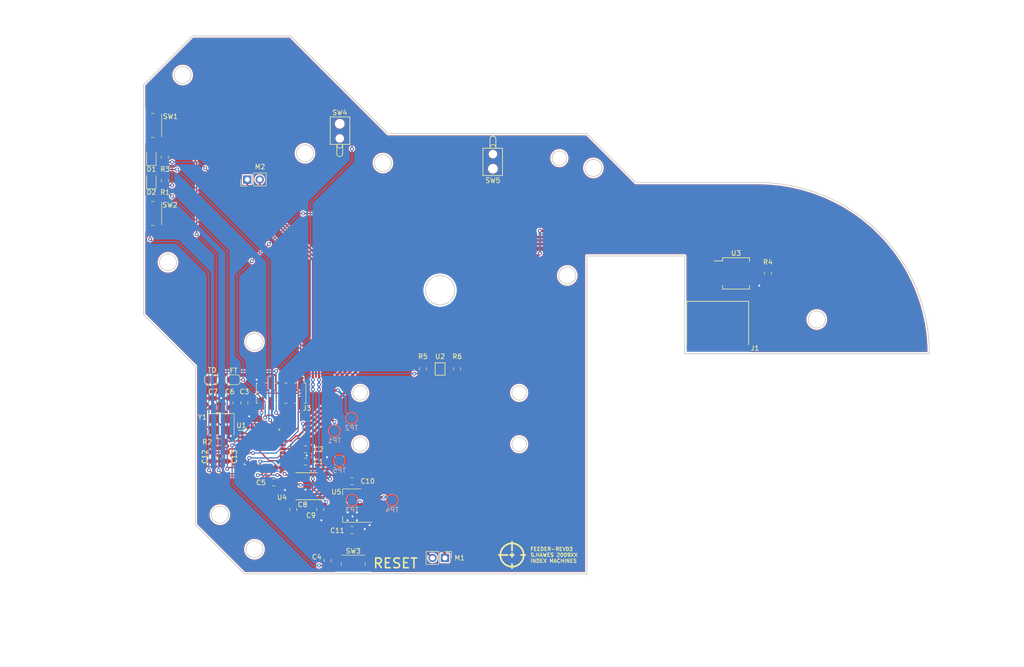
<source format=kicad_pcb>
(kicad_pcb (version 20171130) (host pcbnew 5.1.8-5.fc33)
  (layers (0 F.Cu signal) (31 B.Cu signal) (34 B.Paste user) (35 F.Paste user) (36 B.SilkS user) (37 F.SilkS user) (38 B.Mask user) (39 F.Mask user) (44 Edge.Cuts user))
  (net 0 "")
  (net 1 GND)
  (net 2 +3V3)
  (net 3 RESET)
  (net 4 +5V)
  (net 5 "Net-(C5-Pad2)")
  (net 6 "Net-(C6-Pad1)")
  (net 7 "Net-(C7-Pad1)")
  (net 8 "Net-(C8-Pad1)")
  (net 9 LED1)
  (net 10 "Net-(D1-Pad2)")
  (net 11 "Net-(D2-Pad2)")
  (net 12 LED2)
  (net 13 RS-485+)
  (net 14 RS-485-)
  (net 15 SWDIO)
  (net 16 SWCLK)
  (net 17 "Net-(J3-Pad6)")
  (net 18 "Net-(J3-Pad7)")
  (net 19 "Net-(J3-Pad8)")
  (net 20 TAPE_DETECT)
  (net 21 "Net-(M1-Pad2)")
  (net 22 "Net-(M1-Pad1)")
  (net 23 "Net-(M2-Pad1)")
  (net 24 "Net-(M2-Pad2)")
  (net 25 "Net-(R2-Pad1)")
  (net 26 OPTO_SIG)
  (net 27 "Net-(R6-Pad2)")
  (net 28 SW1)
  (net 29 SW2)
  (net 30 SLOT_DETECT)
  (net 31 PEEL1)
  (net 32 PEEL2)
  (net 33 DRIVE1)
  (net 34 DRIVE2)
  (net 35 MCU_TX)
  (net 36 MCU_RX)
  (net 37 RTS)
  (net 38 FILM_TENSION)
  (net 39 "Net-(U1-Pad27)")
  (net 40 "Net-(U1-Pad28)")
  (net 41 "Net-(U1-Pad29)")
  (net 42 "Net-(U1-Pad30)")
  (net 43 "Net-(U1-Pad31)")
  (net 44 "Net-(U4-Pad3)")
  (net 45 "Net-(U4-Pad6)")
  (net 46 "Net-(U4-Pad8)")
  (net 47 "Net-(U1-Pad7)")
  (net 48 "Net-(U1-Pad18)")
  (net 49 "Net-(SW4-Pad2)")
  (net 50 "Net-(SW5-Pad2)")
  (module Symbol:KiCad-Logo2_5mm_Copper (layer F.Cu) (at 119.8 161.8)
    (fp_text reference REF** hide)
    (fp_text value KiCad-Logo2_5mm_Copper hide)
    (fp_poly (pts (xy 6.228823 2.274533) (xy 6.260202 2.296776) (xy 6.287911 2.324485) (xy 6.287911 2.63392) (xy 6.287838 2.725799) (xy 6.287495 2.79784) (xy 6.286692 2.85278) (xy 6.285241 2.89336) (xy 6.282952 2.922317) (xy 6.279636 2.942391) (xy 6.275105 2.956321) (xy 6.269169 2.966845) (xy 6.264514 2.9731) (xy 6.233783 2.997673) (xy 6.198496 3.000341) (xy 6.166245 2.985271) (xy 6.155588 2.976374) (xy 6.148464 2.964557) (xy 6.144167 2.945526) (xy 6.141991 2.914992) (xy 6.141228 2.868662) (xy 6.141155 2.832871) (xy 6.141155 2.698045) (xy 5.644444 2.698045) (xy 5.644444 2.8207) (xy 5.643931 2.876787) (xy 5.641876 2.915333) (xy 5.637508 2.941361) (xy 5.630056 2.959897) (xy 5.621047 2.9731) (xy 5.590144 2.997604) (xy 5.555196 3.000506) (xy 5.521738 2.983089) (xy 5.512604 2.973959) (xy 5.506152 2.961855) (xy 5.501897 2.943001) (xy 5.499352 2.91362) (xy 5.498029 2.869937) (xy 5.497443 2.808175) (xy 5.497375 2.794) (xy 5.496891 2.677631) (xy 5.496641 2.581727) (xy 5.496723 2.504177) (xy 5.497231 2.442869) (xy 5.498262 2.39569) (xy 5.499913 2.36053) (xy 5.502279 2.335276) (xy 5.505457 2.317817) (xy 5.509544 2.306041) (xy 5.514634 2.297835) (xy 5.520266 2.291645) (xy 5.552128 2.271844) (xy 5.585357 2.274533) (xy 5.616735 2.296776) (xy 5.629433 2.311126) (xy 5.637526 2.326978) (xy 5.642042 2.349554) (xy 5.644006 2.384078) (xy 5.644444 2.435776) (xy 5.644444 2.551289) (xy 6.141155 2.551289) (xy 6.141155 2.432756) (xy 6.141662 2.378148) (xy 6.143698 2.341275) (xy 6.148035 2.317307) (xy 6.155447 2.301415) (xy 6.163733 2.291645) (xy 6.195594 2.271844) (xy 6.228823 2.274533)) (layer F.Cu) (width 0.01))
    (fp_poly (pts (xy 4.963065 2.269163) (xy 5.041772 2.269542) (xy 5.102863 2.270333) (xy 5.148817 2.27167) (xy 5.182114 2.273683) (xy 5.205236 2.276506) (xy 5.220662 2.280269) (xy 5.230871 2.285105) (xy 5.235813 2.288822) (xy 5.261457 2.321358) (xy 5.264559 2.355138) (xy 5.248711 2.385826) (xy 5.238348 2.398089) (xy 5.227196 2.40645) (xy 5.211035 2.411657) (xy 5.185642 2.414457) (xy 5.146798 2.415596) (xy 5.09028 2.415821) (xy 5.07918 2.415822) (xy 4.933244 2.415822) (xy 4.933244 2.686756) (xy 4.933148 2.772154) (xy 4.932711 2.837864) (xy 4.931712 2.886774) (xy 4.929928 2.921773) (xy 4.927137 2.945749) (xy 4.923117 2.961593) (xy 4.917645 2.972191) (xy 4.910666 2.980267) (xy 4.877734 3.000112) (xy 4.843354 2.998548) (xy 4.812176 2.975906) (xy 4.809886 2.9731) (xy 4.802429 2.962492) (xy 4.796747 2.950081) (xy 4.792601 2.93285) (xy 4.78975 2.907784) (xy 4.787954 2.871867) (xy 4.786972 2.822083) (xy 4.786564 2.755417) (xy 4.786489 2.679589) (xy 4.786489 2.415822) (xy 4.647127 2.415822) (xy 4.587322 2.415418) (xy 4.545918 2.41384) (xy 4.518748 2.410547) (xy 4.501646 2.404992) (xy 4.490443 2.396631) (xy 4.489083 2.395178) (xy 4.472725 2.361939) (xy 4.474172 2.324362) (xy 4.492978 2.291645) (xy 4.50025 2.285298) (xy 4.509627 2.280266) (xy 4.523609 2.276396) (xy 4.544696 2.273537) (xy 4.575389 2.271535) (xy 4.618189 2.270239) (xy 4.675595 2.269498) (xy 4.75011 2.269158) (xy 4.844233 2.269068) (xy 4.86426 2.269067) (xy 4.963065 2.269163)) (layer F.Cu) (width 0.01))
    (fp_poly (pts (xy 4.188614 2.275877) (xy 4.212327 2.290647) (xy 4.238978 2.312227) (xy 4.238978 2.633773) (xy 4.238893 2.72783) (xy 4.238529 2.801932) (xy 4.237724 2.858704) (xy 4.236313 2.900768) (xy 4.234133 2.930748) (xy 4.231021 2.951267) (xy 4.226814 2.964949) (xy 4.221348 2.974416) (xy 4.217472 2.979082) (xy 4.186034 2.999575) (xy 4.150233 2.998739) (xy 4.118873 2.981264) (xy 4.092222 2.959684) (xy 4.092222 2.312227) (xy 4.118873 2.290647) (xy 4.144594 2.274949) (xy 4.1656 2.269067) (xy 4.188614 2.275877)) (layer F.Cu) (width 0.01))
    (fp_poly (pts (xy 3.744665 2.271034) (xy 3.764255 2.278035) (xy 3.76501 2.278377) (xy 3.791613 2.298678) (xy 3.80627 2.319561) (xy 3.809138 2.329352) (xy 3.808996 2.342361) (xy 3.804961 2.360895) (xy 3.796146 2.387257) (xy 3.781669 2.423752) (xy 3.760645 2.472687) (xy 3.732188 2.536365) (xy 3.695415 2.617093) (xy 3.675175 2.661216) (xy 3.638625 2.739985) (xy 3.604315 2.812423) (xy 3.573552 2.87588) (xy 3.547648 2.927708) (xy 3.52791 2.965259) (xy 3.51565 2.985884) (xy 3.513224 2.988733) (xy 3.482183 3.001302) (xy 3.447121 2.999619) (xy 3.419 2.984332) (xy 3.417854 2.983089) (xy 3.406668 2.966154) (xy 3.387904 2.93317) (xy 3.363875 2.88838) (xy 3.336897 2.836032) (xy 3.327201 2.816742) (xy 3.254014 2.67015) (xy 3.17424 2.829393) (xy 3.145767 2.884415) (xy 3.11935 2.932132) (xy 3.097148 2.968893) (xy 3.081319 2.991044) (xy 3.075954 2.995741) (xy 3.034257 3.002102) (xy 2.999849 2.988733) (xy 2.989728 2.974446) (xy 2.972214 2.942692) (xy 2.948735 2.896597) (xy 2.92072 2.839285) (xy 2.889599 2.77388) (xy 2.856799 2.703507) (xy 2.82375 2.631291) (xy 2.791881 2.560355) (xy 2.762619 2.493825) (xy 2.737395 2.434826) (xy 2.717636 2.386481) (xy 2.704772 2.351915) (xy 2.700231 2.334253) (xy 2.700277 2.333613) (xy 2.711326 2.311388) (xy 2.73341 2.288753) (xy 2.73471 2.287768) (xy 2.761853 2.272425) (xy 2.786958 2.272574) (xy 2.796368 2.275466) (xy 2.807834 2.281718) (xy 2.82001 2.294014) (xy 2.834357 2.314908) (xy 2.852336 2.346949) (xy 2.875407 2.392688) (xy 2.90503 2.454677) (xy 2.931745 2.511898) (xy 2.96248 2.578226) (xy 2.990021 2.637874) (xy 3.012938 2.687725) (xy 3.029798 2.724664) (xy 3.039173 2.745573) (xy 3.04054 2.748845) (xy 3.046689 2.743497) (xy 3.060822 2.721109) (xy 3.081057 2.684946) (xy 3.105515 2.638277) (xy 3.115248 2.619022) (xy 3.148217 2.554004) (xy 3.173643 2.506654) (xy 3.193612 2.474219) (xy 3.21021 2.453946) (xy 3.225524 2.443082) (xy 3.24164 2.438875) (xy 3.252143 2.4384) (xy 3.27067 2.440042) (xy 3.286904 2.446831) (xy 3.303035 2.461566) (xy 3.321251 2.487044) (xy 3.343739 2.526061) (xy 3.372689 2.581414) (xy 3.388662 2.612903) (xy 3.41457 2.663087) (xy 3.437167 2.704704) (xy 3.454458 2.734242) (xy 3.46445 2.748189) (xy 3.465809 2.74877) (xy 3.472261 2.737793) (xy 3.486708 2.70929) (xy 3.507703 2.666244) (xy 3.533797 2.611638) (xy 3.563546 2.548454) (xy 3.57818 2.517071) (xy 3.61625 2.436078) (xy 3.646905 2.373756) (xy 3.671737 2.328071) (xy 3.692337 2.296989) (xy 3.710298 2.278478) (xy 3.72721 2.270504) (xy 3.744665 2.271034)) (layer F.Cu) (width 0.01))
    (fp_poly (pts (xy 1.018309 2.269275) (xy 1.147288 2.273636) (xy 1.256991 2.286861) (xy 1.349226 2.309741) (xy 1.425802 2.34307) (xy 1.488527 2.387638) (xy 1.539212 2.444236) (xy 1.579663 2.513658) (xy 1.580459 2.515351) (xy 1.604601 2.577483) (xy 1.613203 2.632509) (xy 1.606231 2.687887) (xy 1.583654 2.751073) (xy 1.579372 2.760689) (xy 1.550172 2.816966) (xy 1.517356 2.860451) (xy 1.475002 2.897417) (xy 1.41719 2.934135) (xy 1.413831 2.936052) (xy 1.363504 2.960227) (xy 1.306621 2.978282) (xy 1.239527 2.990839) (xy 1.158565 2.998522) (xy 1.060082 3.001953) (xy 1.025286 3.002251) (xy 0.859594 3.002845) (xy 0.836197 2.9731) (xy 0.829257 2.963319) (xy 0.823842 2.951897) (xy 0.819765 2.936095) (xy 0.816837 2.913175) (xy 0.814867 2.880396) (xy 0.814225 2.856089) (xy 0.970844 2.856089) (xy 1.064726 2.856089) (xy 1.119664 2.854483) (xy 1.17606 2.850255) (xy 1.222345 2.844292) (xy 1.225139 2.84379) (xy 1.307348 2.821736) (xy 1.371114 2.7886) (xy 1.418452 2.742847) (xy 1.451382 2.682939) (xy 1.457108 2.667061) (xy 1.462721 2.642333) (xy 1.460291 2.617902) (xy 1.448467 2.5854) (xy 1.44134 2.569434) (xy 1.418 2.527006) (xy 1.38988 2.49724) (xy 1.35894 2.476511) (xy 1.296966 2.449537) (xy 1.217651 2.429998) (xy 1.125253 2.418746) (xy 1.058333 2.41627) (xy 0.970844 2.415822) (xy 0.970844 2.856089) (xy 0.814225 2.856089) (xy 0.813668 2.835021) (xy 0.81305 2.774311) (xy 0.812825 2.695526) (xy 0.8128 2.63392) (xy 0.8128 2.324485) (xy 0.840509 2.296776) (xy 0.852806 2.285544) (xy 0.866103 2.277853) (xy 0.884672 2.27304) (xy 0.912786 2.270446) (xy 0.954717 2.26941) (xy 1.014737 2.26927) (xy 1.018309 2.269275)) (layer F.Cu) (width 0.01))
    (fp_poly (pts (xy 0.230343 2.26926) (xy 0.306701 2.270174) (xy 0.365217 2.272311) (xy 0.408255 2.276175) (xy 0.438183 2.282267) (xy 0.457368 2.29109) (xy 0.468176 2.303146) (xy 0.472973 2.318939) (xy 0.474127 2.33897) (xy 0.474133 2.341335) (xy 0.473131 2.363992) (xy 0.468396 2.381503) (xy 0.457333 2.394574) (xy 0.437348 2.403913) (xy 0.405846 2.410227) (xy 0.360232 2.414222) (xy 0.297913 2.416606) (xy 0.216293 2.418086) (xy 0.191277 2.418414) (xy -0.0508 2.421467) (xy -0.054186 2.486378) (xy -0.057571 2.551289) (xy 0.110576 2.551289) (xy 0.176266 2.551531) (xy 0.223172 2.552556) (xy 0.255083 2.554811) (xy 0.275791 2.558742) (xy 0.289084 2.564798) (xy 0.298755 2.573424) (xy 0.298817 2.573493) (xy 0.316356 2.607112) (xy 0.315722 2.643448) (xy 0.297314 2.674423) (xy 0.293671 2.677607) (xy 0.280741 2.685812) (xy 0.263024 2.691521) (xy 0.23657 2.695162) (xy 0.197432 2.697167) (xy 0.141662 2.697964) (xy 0.105994 2.698045) (xy -0.056445 2.698045) (xy -0.056445 2.856089) (xy 0.190161 2.856089) (xy 0.27158 2.856231) (xy 0.33341 2.856814) (xy 0.378637 2.858068) (xy 0.410248 2.860227) (xy 0.431231 2.863523) (xy 0.444573 2.868189) (xy 0.453261 2.874457) (xy 0.45545 2.876733) (xy 0.471614 2.90828) (xy 0.472797 2.944168) (xy 0.459536 2.975285) (xy 0.449043 2.985271) (xy 0.438129 2.990769) (xy 0.421217 2.995022) (xy 0.395633 2.99818) (xy 0.358701 3.000392) (xy 0.307746 3.001806) (xy 0.240094 3.002572) (xy 0.153069 3.002838) (xy 0.133394 3.002845) (xy 0.044911 3.002787) (xy -0.023773 3.002467) (xy -0.075436 3.001667) (xy -0.112855 3.000167) (xy -0.13881 2.997749) (xy -0.156078 2.994194) (xy -0.167438 2.989282) (xy -0.175668 2.982795) (xy -0.180183 2.978138) (xy -0.186979 2.969889) (xy -0.192288 2.959669) (xy -0.196294 2.9448) (xy -0.199179 2.922602) (xy -0.201126 2.890393) (xy -0.202319 2.845496) (xy -0.202939 2.785228) (xy -0.203171 2.706911) (xy -0.2032 2.640994) (xy -0.203129 2.548628) (xy -0.202792 2.476117) (xy -0.202002 2.420737) (xy -0.200574 2.379765) (xy -0.198321 2.350478) (xy -0.195057 2.330153) (xy -0.190596 2.316066) (xy -0.184752 2.305495) (xy -0.179803 2.298811) (xy -0.156406 2.269067) (xy 0.133774 2.269067) (xy 0.230343 2.26926)) (layer F.Cu) (width 0.01))
    (fp_poly (pts (xy -1.300114 2.273448) (xy -1.276548 2.287273) (xy -1.245735 2.309881) (xy -1.206078 2.342338) (xy -1.15598 2.385708) (xy -1.093843 2.441058) (xy -1.018072 2.509451) (xy -0.931334 2.588084) (xy -0.750711 2.751878) (xy -0.745067 2.532029) (xy -0.743029 2.456351) (xy -0.741063 2.399994) (xy -0.738734 2.359706) (xy -0.735606 2.332235) (xy -0.731245 2.314329) (xy -0.725216 2.302737) (xy -0.717084 2.294208) (xy -0.712772 2.290623) (xy -0.678241 2.27167) (xy -0.645383 2.274441) (xy -0.619318 2.290633) (xy -0.592667 2.312199) (xy -0.589352 2.627151) (xy -0.588435 2.719779) (xy -0.587968 2.792544) (xy -0.588113 2.848161) (xy -0.589032 2.889342) (xy -0.590887 2.918803) (xy -0.593839 2.939255) (xy -0.59805 2.953413) (xy -0.603682 2.963991) (xy -0.609927 2.972474) (xy -0.623439 2.988207) (xy -0.636883 2.998636) (xy -0.652124 3.002639) (xy -0.671026 2.999094) (xy -0.695455 2.986879) (xy -0.727273 2.964871) (xy -0.768348 2.931949) (xy -0.820542 2.886991) (xy -0.885722 2.828875) (xy -0.959556 2.762099) (xy -1.224845 2.521458) (xy -1.230489 2.740589) (xy -1.232531 2.816128) (xy -1.234502 2.872354) (xy -1.236839 2.912524) (xy -1.239981 2.939896) (xy -1.244364 2.957728) (xy -1.250424 2.969279) (xy -1.2586 2.977807) (xy -1.262784 2.981282) (xy -1.299765 3.000372) (xy -1.334708 2.997493) (xy -1.365136 2.9731) (xy -1.372097 2.963286) (xy -1.377523 2.951826) (xy -1.381603 2.935968) (xy -1.384529 2.912963) (xy -1.386492 2.880062) (xy -1.387683 2.834516) (xy -1.388292 2.773573) (xy -1.388511 2.694486) (xy -1.388534 2.635956) (xy -1.38846 2.544407) (xy -1.388113 2.472687) (xy -1.387301 2.418045) (xy -1.385833 2.377732) (xy -1.383519 2.348998) (xy -1.380167 2.329093) (xy -1.375588 2.315268) (xy -1.369589 2.304772) (xy -1.365136 2.298811) (xy -1.35385 2.284691) (xy -1.343301 2.274029) (xy -1.331893 2.267892) (xy -1.31803 2.267343) (xy -1.300114 2.273448)) (layer F.Cu) (width 0.01))
    (fp_poly (pts (xy -1.950081 2.274599) (xy -1.881565 2.286095) (xy -1.828943 2.303967) (xy -1.794708 2.327499) (xy -1.785379 2.340924) (xy -1.775893 2.372148) (xy -1.782277 2.400395) (xy -1.80243 2.427182) (xy -1.833745 2.439713) (xy -1.879183 2.438696) (xy -1.914326 2.431906) (xy -1.992419 2.418971) (xy -2.072226 2.417742) (xy -2.161555 2.428241) (xy -2.186229 2.43269) (xy -2.269291 2.456108) (xy -2.334273 2.490945) (xy -2.380461 2.536604) (xy -2.407145 2.592494) (xy -2.412663 2.621388) (xy -2.409051 2.680012) (xy -2.385729 2.731879) (xy -2.344824 2.775978) (xy -2.288459 2.811299) (xy -2.21876 2.836829) (xy -2.137852 2.851559) (xy -2.04786 2.854478) (xy -1.95091 2.844575) (xy -1.945436 2.843641) (xy -1.906875 2.836459) (xy -1.885494 2.829521) (xy -1.876227 2.819227) (xy -1.874006 2.801976) (xy -1.873956 2.792841) (xy -1.873956 2.754489) (xy -1.942431 2.754489) (xy -2.0029 2.750347) (xy -2.044165 2.737147) (xy -2.068175 2.71373) (xy -2.076877 2.678936) (xy -2.076983 2.674394) (xy -2.071892 2.644654) (xy -2.054433 2.623419) (xy -2.021939 2.609366) (xy -1.971743 2.601173) (xy -1.923123 2.598161) (xy -1.852456 2.596433) (xy -1.801198 2.59907) (xy -1.766239 2.6088) (xy -1.74447 2.628353) (xy -1.73278 2.660456) (xy -1.72806 2.707838) (xy -1.7272 2.770071) (xy -1.728609 2.839535) (xy -1.732848 2.886786) (xy -1.739936 2.912012) (xy -1.741311 2.913988) (xy -1.780228 2.945508) (xy -1.837286 2.97047) (xy -1.908869 2.98834) (xy -1.991358 2.998586) (xy -2.081139 3.000673) (xy -2.174592 2.994068) (xy -2.229556 2.985956) (xy -2.315766 2.961554) (xy -2.395892 2.921662) (xy -2.462977 2.869887) (xy -2.473173 2.859539) (xy -2.506302 2.816035) (xy -2.536194 2.762118) (xy -2.559357 2.705592) (xy -2.572298 2.654259) (xy -2.573858 2.634544) (xy -2.567218 2.593419) (xy -2.549568 2.542252) (xy -2.524297 2.488394) (xy -2.494789 2.439195) (xy -2.468719 2.406334) (xy -2.407765 2.357452) (xy -2.328969 2.318545) (xy -2.235157 2.290494) (xy -2.12915 2.274179) (xy -2.032 2.270192) (xy -1.950081 2.274599)) (layer F.Cu) (width 0.01))
    (fp_poly (pts (xy -2.923822 2.291645) (xy -2.917242 2.299218) (xy -2.912079 2.308987) (xy -2.908164 2.323571) (xy -2.905324 2.345585) (xy -2.903387 2.377648) (xy -2.902183 2.422375) (xy -2.901539 2.482385) (xy -2.901284 2.560294) (xy -2.901245 2.635956) (xy -2.901314 2.729802) (xy -2.901638 2.803689) (xy -2.902386 2.860232) (xy -2.903732 2.902049) (xy -2.905846 2.931757) (xy -2.9089 2.951973) (xy -2.913066 2.965314) (xy -2.918516 2.974398) (xy -2.923822 2.980267) (xy -2.956826 2.999947) (xy -2.991991 2.998181) (xy -3.023455 2.976717) (xy -3.030684 2.968337) (xy -3.036334 2.958614) (xy -3.040599 2.944861) (xy -3.043673 2.924389) (xy -3.045752 2.894512) (xy -3.04703 2.852541) (xy -3.047701 2.795789) (xy -3.047959 2.721567) (xy -3.048 2.637537) (xy -3.048 2.324485) (xy -3.020291 2.296776) (xy -2.986137 2.273463) (xy -2.953006 2.272623) (xy -2.923822 2.291645)) (layer F.Cu) (width 0.01))
    (fp_poly (pts (xy -3.691703 2.270351) (xy -3.616888 2.275581) (xy -3.547306 2.28375) (xy -3.487002 2.29455) (xy -3.44002 2.307673) (xy -3.410406 2.322813) (xy -3.40586 2.327269) (xy -3.390054 2.36185) (xy -3.394847 2.397351) (xy -3.419364 2.427725) (xy -3.420534 2.428596) (xy -3.434954 2.437954) (xy -3.450008 2.442876) (xy -3.471005 2.443473) (xy -3.503257 2.439861) (xy -3.552073 2.432154) (xy -3.556 2.431505) (xy -3.628739 2.422569) (xy -3.707217 2.418161) (xy -3.785927 2.418119) (xy -3.859361 2.422279) (xy -3.922011 2.430479) (xy -3.96837 2.442557) (xy -3.971416 2.443771) (xy -4.005048 2.462615) (xy -4.016864 2.481685) (xy -4.007614 2.500439) (xy -3.978047 2.518337) (xy -3.928911 2.534837) (xy -3.860957 2.549396) (xy -3.815645 2.556406) (xy -3.721456 2.569889) (xy -3.646544 2.582214) (xy -3.587717 2.594449) (xy -3.541785 2.607661) (xy -3.505555 2.622917) (xy -3.475838 2.641285) (xy -3.449442 2.663831) (xy -3.42823 2.685971) (xy -3.403065 2.716819) (xy -3.390681 2.743345) (xy -3.386808 2.776026) (xy -3.386667 2.787995) (xy -3.389576 2.827712) (xy -3.401202 2.857259) (xy -3.421323 2.883486) (xy -3.462216 2.923576) (xy -3.507817 2.954149) (xy -3.561513 2.976203) (xy -3.626692 2.990735) (xy -3.706744 2.998741) (xy -3.805057 3.001218) (xy -3.821289 3.001177) (xy -3.886849 2.999818) (xy -3.951866 2.99673) (xy -4.009252 2.992356) (xy -4.051922 2.98714) (xy -4.055372 2.986541) (xy -4.097796 2.976491) (xy -4.13378 2.963796) (xy -4.15415 2.95219) (xy -4.173107 2.921572) (xy -4.174427 2.885918) (xy -4.158085 2.854144) (xy -4.154429 2.850551) (xy -4.139315 2.839876) (xy -4.120415 2.835276) (xy -4.091162 2.836059) (xy -4.055651 2.840127) (xy -4.01597 2.843762) (xy -3.960345 2.846828) (xy -3.895406 2.849053) (xy -3.827785 2.850164) (xy -3.81 2.850237) (xy -3.742128 2.849964) (xy -3.692454 2.848646) (xy -3.65661 2.845827) (xy -3.630224 2.84105) (xy -3.608926 2.833857) (xy -3.596126 2.827867) (xy -3.568 2.811233) (xy -3.550068 2.796168) (xy -3.547447 2.791897) (xy -3.552976 2.774263) (xy -3.57926 2.757192) (xy -3.624478 2.741458) (xy -3.686808 2.727838) (xy -3.705171 2.724804) (xy -3.80109 2.709738) (xy -3.877641 2.697146) (xy -3.93778 2.686111) (xy -3.98446 2.67572) (xy -4.020637 2.665056) (xy -4.049265 2.653205) (xy -4.073298 2.639251) (xy -4.095692 2.622281) (xy -4.119402 2.601378) (xy -4.12738 2.594049) (xy -4.155353 2.566699) (xy -4.17016 2.545029) (xy -4.175952 2.520232) (xy -4.176889 2.488983) (xy -4.166575 2.427705) (xy -4.135752 2.37564) (xy -4.084595 2.332958) (xy -4.013283 2.299825) (xy -3.9624 2.284964) (xy -3.9071 2.275366) (xy -3.840853 2.269936) (xy -3.767706 2.268367) (xy -3.691703 2.270351)) (layer F.Cu) (width 0.01))
    (fp_poly (pts (xy -4.712794 2.269146) (xy -4.643386 2.269518) (xy -4.590997 2.270385) (xy -4.552847 2.271946) (xy -4.526159 2.274403) (xy -4.508153 2.277957) (xy -4.496049 2.28281) (xy -4.487069 2.289161) (xy -4.483818 2.292084) (xy -4.464043 2.323142) (xy -4.460482 2.358828) (xy -4.473491 2.39051) (xy -4.479506 2.396913) (xy -4.489235 2.403121) (xy -4.504901 2.40791) (xy -4.529408 2.411514) (xy -4.565661 2.414164) (xy -4.616565 2.416095) (xy -4.685026 2.417539) (xy -4.747617 2.418418) (xy -4.995334 2.421467) (xy -4.998719 2.486378) (xy -5.002105 2.551289) (xy -4.833958 2.551289) (xy -4.760959 2.551919) (xy -4.707517 2.554553) (xy -4.670628 2.560309) (xy -4.647288 2.570304) (xy -4.634494 2.585656) (xy -4.629242 2.607482) (xy -4.628445 2.627738) (xy -4.630923 2.652592) (xy -4.640277 2.670906) (xy -4.659383 2.683637) (xy -4.691118 2.691741) (xy -4.738359 2.696176) (xy -4.803983 2.697899) (xy -4.839801 2.698045) (xy -5.000978 2.698045) (xy -5.000978 2.856089) (xy -4.752622 2.856089) (xy -4.671213 2.856202) (xy -4.609342 2.856712) (xy -4.563968 2.85787) (xy -4.532054 2.85993) (xy -4.510559 2.863146) (xy -4.496443 2.867772) (xy -4.486668 2.874059) (xy -4.481689 2.878667) (xy -4.46461 2.90556) (xy -4.459111 2.929467) (xy -4.466963 2.958667) (xy -4.481689 2.980267) (xy -4.489546 2.987066) (xy -4.499688 2.992346) (xy -4.514844 2.996298) (xy -4.537741 2.999113) (xy -4.571109 3.000982) (xy -4.617675 3.002098) (xy -4.680167 3.002651) (xy -4.761314 3.002833) (xy -4.803422 3.002845) (xy -4.893598 3.002765) (xy -4.963924 3.002398) (xy -5.017129 3.001552) (xy -5.05594 3.000036) (xy -5.083087 2.997659) (xy -5.101298 2.994229) (xy -5.1133 2.989554) (xy -5.121822 2.983444) (xy -5.125156 2.980267) (xy -5.131755 2.97267) (xy -5.136927 2.96287) (xy -5.140846 2.948239) (xy -5.143684 2.926152) (xy -5.145615 2.893982) (xy -5.146812 2.849103) (xy -5.147448 2.788889) (xy -5.147697 2.710713) (xy -5.147734 2.637923) (xy -5.1477 2.544707) (xy -5.147465 2.471431) (xy -5.14683 2.415458) (xy -5.145594 2.374151) (xy -5.143556 2.344872) (xy -5.140517 2.324984) (xy -5.136277 2.31185) (xy -5.130635 2.302832) (xy -5.123391 2.295293) (xy -5.121606 2.293612) (xy -5.112945 2.286172) (xy -5.102882 2.280409) (xy -5.088625 2.276112) (xy -5.067383 2.273064) (xy -5.036364 2.271051) (xy -4.992777 2.26986) (xy -4.933831 2.269275) (xy -4.856734 2.269083) (xy -4.802001 2.269067) (xy -4.712794 2.269146)) (layer F.Cu) (width 0.01))
    (fp_poly (pts (xy -6.121371 2.269066) (xy -6.081889 2.269467) (xy -5.9662 2.272259) (xy -5.869311 2.28055) (xy -5.787919 2.295232) (xy -5.718723 2.317193) (xy -5.65842 2.347322) (xy -5.603708 2.38651) (xy -5.584167 2.403532) (xy -5.55175 2.443363) (xy -5.52252 2.497413) (xy -5.499991 2.557323) (xy -5.487679 2.614739) (xy -5.4864 2.635956) (xy -5.494417 2.694769) (xy -5.515899 2.759013) (xy -5.546999 2.819821) (xy -5.583866 2.86833) (xy -5.589854 2.874182) (xy -5.640579 2.915321) (xy -5.696125 2.947435) (xy -5.759696 2.971365) (xy -5.834494 2.987953) (xy -5.923722 2.998041) (xy -6.030582 3.002469) (xy -6.079528 3.002845) (xy -6.141762 3.002545) (xy -6.185528 3.001292) (xy -6.214931 2.998554) (xy -6.234079 2.993801) (xy -6.247077 2.986501) (xy -6.254045 2.980267) (xy -6.260626 2.972694) (xy -6.265788 2.962924) (xy -6.269703 2.94834) (xy -6.272543 2.926326) (xy -6.27448 2.894264) (xy -6.275684 2.849536) (xy -6.276328 2.789526) (xy -6.276583 2.711617) (xy -6.276622 2.635956) (xy -6.27687 2.535041) (xy -6.276817 2.454427) (xy -6.275857 2.415822) (xy -6.129867 2.415822) (xy -6.129867 2.856089) (xy -6.036734 2.856004) (xy -5.980693 2.854396) (xy -5.921999 2.850256) (xy -5.873028 2.844464) (xy -5.871538 2.844226) (xy -5.792392 2.82509) (xy -5.731002 2.795287) (xy -5.684305 2.752878) (xy -5.654635 2.706961) (xy -5.636353 2.656026) (xy -5.637771 2.6082) (xy -5.658988 2.556933) (xy -5.700489 2.503899) (xy -5.757998 2.4646) (xy -5.83275 2.438331) (xy -5.882708 2.429035) (xy -5.939416 2.422507) (xy -5.999519 2.417782) (xy -6.050639 2.415817) (xy -6.053667 2.415808) (xy -6.129867 2.415822) (xy -6.275857 2.415822) (xy -6.27526 2.391851) (xy -6.270998 2.345055) (xy -6.26283 2.311778) (xy -6.249556 2.289759) (xy -6.229974 2.276739) (xy -6.202883 2.270457) (xy -6.167082 2.268653) (xy -6.121371 2.269066)) (layer F.Cu) (width 0.01))
    (fp_poly (pts (xy -2.273043 -2.973429) (xy -2.176768 -2.949191) (xy -2.090184 -2.906359) (xy -2.015373 -2.846581) (xy -1.954418 -2.771506) (xy -1.909399 -2.68278) (xy -1.883136 -2.58647) (xy -1.877286 -2.489205) (xy -1.89214 -2.395346) (xy -1.92584 -2.307489) (xy -1.976528 -2.22823) (xy -2.042345 -2.160164) (xy -2.121434 -2.105888) (xy -2.211934 -2.067998) (xy -2.2632 -2.055574) (xy -2.307698 -2.048053) (xy -2.341999 -2.045081) (xy -2.37496 -2.046906) (xy -2.415434 -2.053775) (xy -2.448531 -2.06075) (xy -2.541947 -2.092259) (xy -2.625619 -2.143383) (xy -2.697665 -2.212571) (xy -2.7562 -2.298272) (xy -2.770148 -2.325511) (xy -2.786586 -2.361878) (xy -2.796894 -2.392418) (xy -2.80246 -2.42455) (xy -2.804669 -2.465693) (xy -2.804948 -2.511778) (xy -2.800861 -2.596135) (xy -2.787446 -2.665414) (xy -2.762256 -2.726039) (xy -2.722846 -2.784433) (xy -2.684298 -2.828698) (xy -2.612406 -2.894516) (xy -2.537313 -2.939947) (xy -2.454562 -2.96715) (xy -2.376928 -2.977424) (xy -2.273043 -2.973429)) (layer F.Cu) (width 0.01))
    (fp_poly (pts (xy 6.186507 -0.527755) (xy 6.186526 -0.293338) (xy 6.186552 -0.080397) (xy 6.186625 0.112168) (xy 6.186782 0.285459) (xy 6.187064 0.440576) (xy 6.187509 0.57862) (xy 6.188156 0.700692) (xy 6.189045 0.807894) (xy 6.190213 0.901326) (xy 6.191701 0.98209) (xy 6.193546 1.051286) (xy 6.195789 1.110015) (xy 6.198469 1.159379) (xy 6.201623 1.200478) (xy 6.205292 1.234413) (xy 6.209513 1.262286) (xy 6.214327 1.285198) (xy 6.219773 1.304249) (xy 6.225888 1.32054) (xy 6.232712 1.335173) (xy 6.240285 1.349249) (xy 6.248645 1.363868) (xy 6.253839 1.372974) (xy 6.288104 1.433689) (xy 5.429955 1.433689) (xy 5.429955 1.337733) (xy 5.429224 1.29437) (xy 5.427272 1.261205) (xy 5.424463 1.243424) (xy 5.423221 1.241778) (xy 5.411799 1.248662) (xy 5.389084 1.266505) (xy 5.366385 1.285879) (xy 5.3118 1.326614) (xy 5.242321 1.367617) (xy 5.16527 1.405123) (xy 5.087965 1.435364) (xy 5.057113 1.445012) (xy 4.988616 1.459578) (xy 4.905764 1.469539) (xy 4.816371 1.474583) (xy 4.728248 1.474396) (xy 4.649207 1.468666) (xy 4.611511 1.462858) (xy 4.473414 1.424797) (xy 4.346113 1.367073) (xy 4.230292 1.290211) (xy 4.126637 1.194739) (xy 4.035833 1.081179) (xy 3.969031 0.970381) (xy 3.914164 0.853625) (xy 3.872163 0.734276) (xy 3.842167 0.608283) (xy 3.823311 0.471594) (xy 3.814732 0.320158) (xy 3.814006 0.242711) (xy 3.8161 0.185934) (xy 4.645217 0.185934) (xy 4.645424 0.279002) (xy 4.648337 0.366692) (xy 4.654 0.443772) (xy 4.662455 0.505009) (xy 4.665038 0.51735) (xy 4.69684 0.624633) (xy 4.738498 0.711658) (xy 4.790363 0.778642) (xy 4.852781 0.825805) (xy 4.9261 0.853365) (xy 5.010669 0.861541) (xy 5.106835 0.850551) (xy 5.170311 0.834829) (xy 5.219454 0.816639) (xy 5.273583 0.790791) (xy 5.314244 0.767089) (xy 5.3848 0.720721) (xy 5.3848 -0.42947) (xy 5.317392 -0.473038) (xy 5.238867 -0.51396) (xy 5.154681 -0.540611) (xy 5.069557 -0.552535) (xy 4.988216 -0.549278) (xy 4.91538 -0.530385) (xy 4.883426 -0.514816) (xy 4.825501 -0.471819) (xy 4.776544 -0.415047) (xy 4.73539 -0.342425) (xy 4.700874 -0.251879) (xy 4.671833 -0.141334) (xy 4.670552 -0.135467) (xy 4.660381 -0.073212) (xy 4.652739 0.004594) (xy 4.64767 0.09272) (xy 4.645217 0.185934) (xy 3.8161 0.185934) (xy 3.821857 0.029895) (xy 3.843802 -0.165941) (xy 3.879786 -0.344668) (xy 3.929759 -0.506155) (xy 3.993668 -0.650274) (xy 4.071462 -0.776894) (xy 4.163089 -0.885885) (xy 4.268497 -0.977117) (xy 4.313662 -1.008068) (xy 4.414611 -1.064215) (xy 4.517901 -1.103826) (xy 4.627989 -1.127986) (xy 4.74933 -1.137781) (xy 4.841836 -1.136735) (xy 4.97149 -1.125769) (xy 5.084084 -1.103954) (xy 5.182875 -1.070286) (xy 5.271121 -1.023764) (xy 5.319986 -0.989552) (xy 5.349353 -0.967638) (xy 5.371043 -0.952667) (xy 5.379253 -0.948267) (xy 5.380868 -0.959096) (xy 5.382159 -0.989749) (xy 5.383138 -1.037474) (xy 5.383817 -1.099521) (xy 5.38421 -1.173138) (xy 5.38433 -1.255573) (xy 5.384188 -1.344075) (xy 5.383797 -1.435893) (xy 5.383171 -1.528276) (xy 5.38232 -1.618472) (xy 5.38126 -1.703729) (xy 5.380001 -1.781297) (xy 5.378556 -1.848424) (xy 5.376938 -1.902359) (xy 5.375161 -1.94035) (xy 5.374669 -1.947333) (xy 5.367092 -2.017749) (xy 5.355531 -2.072898) (xy 5.337792 -2.120019) (xy 5.311682 -2.166353) (xy 5.305415 -2.175933) (xy 5.280983 -2.212622) (xy 6.186311 -2.212622) (xy 6.186507 -0.527755)) (layer F.Cu) (width 0.01))
    (fp_poly (pts (xy 2.673574 -1.133448) (xy 2.825492 -1.113433) (xy 2.960756 -1.079798) (xy 3.080239 -1.032275) (xy 3.184815 -0.970595) (xy 3.262424 -0.907035) (xy 3.331265 -0.832901) (xy 3.385006 -0.753129) (xy 3.42791 -0.660909) (xy 3.443384 -0.617839) (xy 3.456244 -0.578858) (xy 3.467446 -0.542711) (xy 3.47712 -0.507566) (xy 3.485396 -0.47159) (xy 3.492403 -0.43295) (xy 3.498272 -0.389815) (xy 3.503131 -0.340351) (xy 3.50711 -0.282727) (xy 3.51034 -0.215109) (xy 3.512949 -0.135666) (xy 3.515067 -0.042564) (xy 3.516824 0.066027) (xy 3.518349 0.191942) (xy 3.519772 0.337012) (xy 3.521025 0.479778) (xy 3.522351 0.635968) (xy 3.523556 0.771239) (xy 3.524766 0.887246) (xy 3.526106 0.985645) (xy 3.5277 1.068093) (xy 3.529675 1.136246) (xy 3.532156 1.19176) (xy 3.535269 1.236292) (xy 3.539138 1.271498) (xy 3.543889 1.299034) (xy 3.549648 1.320556) (xy 3.556539 1.337722) (xy 3.564689 1.352186) (xy 3.574223 1.365606) (xy 3.585266 1.379638) (xy 3.589566 1.385071) (xy 3.605386 1.40791) (xy 3.612422 1.423463) (xy 3.612444 1.423922) (xy 3.601567 1.426121) (xy 3.570582 1.428147) (xy 3.521957 1.429942) (xy 3.458163 1.431451) (xy 3.381669 1.432616) (xy 3.294944 1.43338) (xy 3.200457 1.433686) (xy 3.18955 1.433689) (xy 2.766657 1.433689) (xy 2.763395 1.337622) (xy 2.760133 1.241556) (xy 2.698044 1.292543) (xy 2.600714 1.360057) (xy 2.490813 1.414749) (xy 2.404349 1.444978) (xy 2.335278 1.459666) (xy 2.251925 1.469659) (xy 2.162159 1.474646) (xy 2.073845 1.474313) (xy 1.994851 1.468351) (xy 1.958622 1.462638) (xy 1.818603 1.424776) (xy 1.692178 1.369932) (xy 1.58026 1.298924) (xy 1.483762 1.212568) (xy 1.4036 1.111679) (xy 1.340687 0.997076) (xy 1.296312 0.870984) (xy 1.283978 0.814401) (xy 1.276368 0.752202) (xy 1.272739 0.677363) (xy 1.272245 0.643467) (xy 1.27231 0.640282) (xy 2.032248 0.640282) (xy 2.041541 0.715333) (xy 2.069728 0.77916) (xy 2.118197 0.834798) (xy 2.123254 0.839211) (xy 2.171548 0.874037) (xy 2.223257 0.89662) (xy 2.283989 0.90854) (xy 2.359352 0.911383) (xy 2.377459 0.910978) (xy 2.431278 0.908325) (xy 2.471308 0.902909) (xy 2.506324 0.892745) (xy 2.545103 0.87585) (xy 2.555745 0.870672) (xy 2.616396 0.834844) (xy 2.663215 0.792212) (xy 2.675952 0.776973) (xy 2.720622 0.720462) (xy 2.720622 0.524586) (xy 2.720086 0.445939) (xy 2.718396 0.387988) (xy 2.715428 0.348875) (xy 2.711057 0.326741) (xy 2.706972 0.320274) (xy 2.691047 0.317111) (xy 2.657264 0.314488) (xy 2.61034 0.312655) (xy 2.554993 0.311857) (xy 2.546106 0.311842) (xy 2.42533 0.317096) (xy 2.32266 0.333263) (xy 2.236106 0.360961) (xy 2.163681 0.400808) (xy 2.108751 0.447758) (xy 2.064204 0.505645) (xy 2.03948 0.568693) (xy 2.032248 0.640282) (xy 1.27231 0.640282) (xy 1.274178 0.549712) (xy 1.282522 0.470812) (xy 1.298768 0.39959) (xy 1.324405 0.328864) (xy 1.348401 0.276493) (xy 1.40702 0.181196) (xy 1.485117 0.09317) (xy 1.580315 0.014017) (xy 1.690238 -0.05466) (xy 1.81251 -0.111259) (xy 1.944755 -0.154179) (xy 2.009422 -0.169118) (xy 2.145604 -0.191223) (xy 2.294049 -0.205806) (xy 2.445505 -0.212187) (xy 2.572064 -0.210555) (xy 2.73395 -0.203776) (xy 2.72653 -0.262755) (xy 2.707238 -0.361908) (xy 2.676104 -0.442628) (xy 2.632269 -0.505534) (xy 2.574871 -0.551244) (xy 2.503048 -0.580378) (xy 2.415941 -0.593553) (xy 2.312686 -0.591389) (xy 2.274711 -0.587388) (xy 2.13352 -0.56222) (xy 1.996707 -0.521186) (xy 1.902178 -0.483185) (xy 1.857018 -0.46381) (xy 1.818585 -0.44824) (xy 1.792234 -0.438595) (xy 1.784546 -0.436548) (xy 1.774802 -0.445626) (xy 1.758083 -0.474595) (xy 1.734232 -0.523783) (xy 1.703093 -0.593516) (xy 1.664507 -0.684121) (xy 1.65791 -0.699911) (xy 1.627853 -0.772228) (xy 1.600874 -0.837575) (xy 1.578136 -0.893094) (xy 1.560806 -0.935928) (xy 1.550048 -0.963219) (xy 1.546941 -0.972058) (xy 1.55694 -0.976813) (xy 1.583217 -0.98209) (xy 1.611489 -0.985769) (xy 1.641646 -0.990526) (xy 1.689433 -0.999972) (xy 1.750612 -1.01318) (xy 1.820946 -1.029224) (xy 1.896194 -1.04718) (xy 1.924755 -1.054203) (xy 2.029816 -1.079791) (xy 2.11748 -1.099853) (xy 2.192068 -1.115031) (xy 2.257903 -1.125965) (xy 2.319307 -1.133296) (xy 2.380602 -1.137665) (xy 2.44611 -1.139713) (xy 2.504128 -1.140111) (xy 2.673574 -1.133448)) (layer F.Cu) (width 0.01))
    (fp_poly (pts (xy 0.328429 -2.050929) (xy 0.48857 -2.029755) (xy 0.65251 -1.989615) (xy 0.822313 -1.930111) (xy 1.000043 -1.850846) (xy 1.01131 -1.845301) (xy 1.069005 -1.817275) (xy 1.120552 -1.793198) (xy 1.162191 -1.774751) (xy 1.190162 -1.763614) (xy 1.199733 -1.761067) (xy 1.21895 -1.756059) (xy 1.223561 -1.751853) (xy 1.218458 -1.74142) (xy 1.202418 -1.715132) (xy 1.177288 -1.675743) (xy 1.144914 -1.626009) (xy 1.107143 -1.568685) (xy 1.065822 -1.506524) (xy 1.022798 -1.442282) (xy 0.979917 -1.378715) (xy 0.939026 -1.318575) (xy 0.901971 -1.26462) (xy 0.8706 -1.219603) (xy 0.846759 -1.186279) (xy 0.832294 -1.167403) (xy 0.830309 -1.165213) (xy 0.820191 -1.169862) (xy 0.79785 -1.187038) (xy 0.76728 -1.21356) (xy 0.751536 -1.228036) (xy 0.655047 -1.303318) (xy 0.548336 -1.358759) (xy 0.432832 -1.393859) (xy 0.309962 -1.40812) (xy 0.240561 -1.406949) (xy 0.119423 -1.389788) (xy 0.010205 -1.353906) (xy -0.087418 -1.299041) (xy -0.173772 -1.22493) (xy -0.249185 -1.131312) (xy -0.313982 -1.017924) (xy -0.351399 -0.931333) (xy -0.395252 -0.795634) (xy -0.427572 -0.64815) (xy -0.448443 -0.492686) (xy -0.457949 -0.333044) (xy -0.456173 -0.173027) (xy -0.443197 -0.016439) (xy -0.419106 0.132918) (xy -0.383982 0.27124) (xy -0.337908 0.394724) (xy -0.321627 0.428978) (xy -0.25338 0.543064) (xy -0.172921 0.639557) (xy -0.08143 0.71767) (xy 0.019911 0.776617) (xy 0.12992 0.815612) (xy 0.247415 0.833868) (xy 0.288883 0.835211) (xy 0.410441 0.82429) (xy 0.530878 0.791474) (xy 0.648666 0.737439) (xy 0.762277 0.662865) (xy 0.853685 0.584539) (xy 0.900215 0.540008) (xy 1.081483 0.837271) (xy 1.12658 0.911433) (xy 1.167819 0.979646) (xy 1.203735 1.039459) (xy 1.232866 1.08842) (xy 1.25375 1.124079) (xy 1.264924 1.143984) (xy 1.266375 1.147079) (xy 1.258146 1.156718) (xy 1.232567 1.173999) (xy 1.192873 1.197283) (xy 1.142297 1.224934) (xy 1.084074 1.255315) (xy 1.021437 1.28679) (xy 0.957621 1.317722) (xy 0.89586 1.346473) (xy 0.839388 1.371408) (xy 0.791438 1.390889) (xy 0.767986 1.399318) (xy 0.634221 1.437133) (xy 0.496327 1.462136) (xy 0.348622 1.47514) (xy 0.221833 1.477468) (xy 0.153878 1.476373) (xy 0.088277 1.474275) (xy 0.030847 1.471434) (xy -0.012597 1.468106) (xy -0.026702 1.466422) (xy -0.165716 1.437587) (xy -0.307243 1.392468) (xy -0.444725 1.33375) (xy -0.571606 1.26412) (xy -0.649111 1.211441) (xy -0.776519 1.103239) (xy -0.894822 0.976671) (xy -1.001828 0.834866) (xy -1.095348 0.680951) (xy -1.17319 0.518053) (xy -1.217044 0.400756) (xy -1.267292 0.217128) (xy -1.300791 0.022581) (xy -1.317551 -0.178675) (xy -1.317584 -0.382432) (xy -1.300899 -0.584479) (xy -1.267507 -0.780608) (xy -1.21742 -0.966609) (xy -1.213603 -0.978197) (xy -1.150719 -1.14025) (xy -1.073972 -1.288168) (xy -0.980758 -1.426135) (xy -0.868473 -1.558339) (xy -0.824608 -1.603601) (xy -0.688466 -1.727543) (xy -0.548509 -1.830085) (xy -0.402589 -1.912344) (xy -0.248558 -1.975436) (xy -0.084268 -2.020477) (xy 0.011289 -2.037967) (xy 0.170023 -2.053534) (xy 0.328429 -2.050929)) (layer F.Cu) (width 0.01))
    (fp_poly (pts (xy -2.9464 -2.510946) (xy -2.935535 -2.397007) (xy -2.903918 -2.289384) (xy -2.853015 -2.190385) (xy -2.784293 -2.102316) (xy -2.699219 -2.027484) (xy -2.602232 -1.969616) (xy -2.495964 -1.929995) (xy -2.38895 -1.911427) (xy -2.2833 -1.912566) (xy -2.181125 -1.93207) (xy -2.084534 -1.968594) (xy -1.995638 -2.020795) (xy -1.916546 -2.087327) (xy -1.849369 -2.166848) (xy -1.796217 -2.258013) (xy -1.759199 -2.359477) (xy -1.740427 -2.469898) (xy -1.738489 -2.519794) (xy -1.738489 -2.607733) (xy -1.68656 -2.607733) (xy -1.650253 -2.604889) (xy -1.623355 -2.593089) (xy -1.596249 -2.569351) (xy -1.557867 -2.530969) (xy -1.557867 -0.339398) (xy -1.557876 -0.077261) (xy -1.557908 0.163241) (xy -1.557972 0.383048) (xy -1.558076 0.583101) (xy -1.558227 0.764344) (xy -1.558434 0.927716) (xy -1.558706 1.07416) (xy -1.55905 1.204617) (xy -1.559474 1.320029) (xy -1.559987 1.421338) (xy -1.560597 1.509484) (xy -1.561312 1.58541) (xy -1.56214 1.650057) (xy -1.563089 1.704367) (xy -1.564167 1.74928) (xy -1.565383 1.78574) (xy -1.566745 1.814687) (xy -1.568261 1.837063) (xy -1.569938 1.853809) (xy -1.571786 1.865868) (xy -1.573813 1.87418) (xy -1.576025 1.879687) (xy -1.577108 1.881537) (xy -1.581271 1.888549) (xy -1.584805 1.894996) (xy -1.588635 1.9009) (xy -1.593682 1.906286) (xy -1.600871 1.911178) (xy -1.611123 1.915598) (xy -1.625364 1.919572) (xy -1.644514 1.923121) (xy -1.669499 1.92627) (xy -1.70124 1.929042) (xy -1.740662 1.931461) (xy -1.788686 1.933551) (xy -1.846237 1.935335) (xy -1.914237 1.936837) (xy -1.99361 1.93808) (xy -2.085279 1.939089) (xy -2.190166 1.939885) (xy -2.309196 1.940494) (xy -2.44329 1.940939) (xy -2.593373 1.941243) (xy -2.760367 1.94143) (xy -2.945196 1.941524) (xy -3.148783 1.941548) (xy -3.37205 1.941525) (xy -3.615922 1.94148) (xy -3.881321 1.941437) (xy -3.919704 1.941432) (xy -4.186682 1.941389) (xy -4.432002 1.941318) (xy -4.656583 1.941213) (xy -4.861345 1.941066) (xy -5.047206 1.940869) (xy -5.215088 1.940616) (xy -5.365908 1.9403) (xy -5.500587 1.939913) (xy -5.620044 1.939447) (xy -5.725199 1.938897) (xy -5.816971 1.938253) (xy -5.896279 1.937511) (xy -5.964043 1.936661) (xy -6.021182 1.935697) (xy -6.068617 1.934611) (xy -6.107266 1.933397) (xy -6.138049 1.932047) (xy -6.161885 1.930555) (xy -6.179694 1.928911) (xy -6.192395 1.927111) (xy -6.200908 1.925145) (xy -6.205266 1.923477) (xy -6.213728 1.919906) (xy -6.221497 1.91727) (xy -6.228602 1.914634) (xy -6.235073 1.911062) (xy -6.240939 1.905621) (xy -6.246229 1.897375) (xy -6.250974 1.88539) (xy -6.255202 1.868731) (xy -6.258943 1.846463) (xy -6.262227 1.817652) (xy -6.265083 1.781363) (xy -6.26754 1.736661) (xy -6.269629 1.682611) (xy -6.271378 1.618279) (xy -6.272817 1.54273) (xy -6.273976 1.45503) (xy -6.274883 1.354243) (xy -6.275569 1.239434) (xy -6.276063 1.10967) (xy -6.276395 0.964015) (xy -6.276593 0.801535) (xy -6.276687 0.621295) (xy -6.276708 0.42236) (xy -6.276685 0.203796) (xy -6.276646 -0.035332) (xy -6.276622 -0.29596) (xy -6.276622 -0.338111) (xy -6.276636 -0.601008) (xy -6.276661 -0.842268) (xy -6.276671 -1.062835) (xy -6.276642 -1.263648) (xy -6.276548 -1.445651) (xy -6.276362 -1.609784) (xy -6.276059 -1.756989) (xy -6.275614 -1.888208) (xy -6.275034 -1.998133) (xy -5.972197 -1.998133) (xy -5.932407 -1.940289) (xy -5.921236 -1.924521) (xy -5.911166 -1.910559) (xy -5.902138 -1.897216) (xy -5.894097 -1.883307) (xy -5.886986 -1.867644) (xy -5.880747 -1.849042) (xy -5.875325 -1.826314) (xy -5.870662 -1.798273) (xy -5.866701 -1.763733) (xy -5.863385 -1.721508) (xy -5.860659 -1.670411) (xy -5.858464 -1.609256) (xy -5.856745 -1.536856) (xy -5.855444 -1.452025) (xy -5.854505 -1.353578) (xy -5.85387 -1.240326) (xy -5.853484 -1.111084) (xy -5.853288 -0.964666) (xy -5.853227 -0.799884) (xy -5.853243 -0.615553) (xy -5.85328 -0.410487) (xy -5.853289 -0.287867) (xy -5.853265 -0.070918) (xy -5.853231 0.124642) (xy -5.853243 0.299999) (xy -5.853358 0.456341) (xy -5.85363 0.594857) (xy -5.854118 0.716734) (xy -5.854876 0.82316) (xy -5.855962 0.915322) (xy -5.857431 0.994409) (xy -5.85934 1.061608) (xy -5.861744 1.118107) (xy -5.864701 1.165093) (xy -5.868266 1.203755) (xy -5.872495 1.23528) (xy -5.877446 1.260855) (xy -5.883173 1.28167) (xy -5.889733 1.298911) (xy -5.897183 1.313765) (xy -5.905579 1.327422) (xy -5.914976 1.341069) (xy -5.925432 1.355893) (xy -5.931523 1.364783) (xy -5.970296 1.4224) (xy -5.438732 1.4224) (xy -5.315483 1.422365) (xy -5.212987 1.422215) (xy -5.12942 1.421878) (xy -5.062956 1.421286) (xy -5.011771 1.420367) (xy -4.974041 1.419051) (xy -4.94794 1.417269) (xy -4.931644 1.414951) (xy -4.923328 1.412026) (xy -4.921168 1.408424) (xy -4.923339 1.404075) (xy -4.924535 1.402645) (xy -4.949685 1.365573) (xy -4.975583 1.312772) (xy -4.999192 1.25077) (xy -5.007461 1.224357) (xy -5.012078 1.206416) (xy -5.015979 1.185355) (xy -5.019248 1.159089) (xy -5.021966 1.125532) (xy -5.024215 1.082599) (xy -5.026077 1.028204) (xy -5.027636 0.960262) (xy -5.028972 0.876688) (xy -5.030169 0.775395) (xy -5.031308 0.6543) (xy -5.031685 0.6096) (xy -5.032702 0.484449) (xy -5.03346 0.380082) (xy -5.033903 0.294707) (xy -5.03397 0.226533) (xy -5.033605 0.173765) (xy -5.032748 0.134614) (xy -5.031341 0.107285) (xy -5.029325 0.089986) (xy -5.026643 0.080926) (xy -5.023236 0.078312) (xy -5.019044 0.080351) (xy -5.014571 0.084667) (xy -5.004216 0.097602) (xy -4.982158 0.126676) (xy -4.949957 0.169759) (xy -4.909174 0.224718) (xy -4.86137 0.289423) (xy -4.808105 0.361742) (xy -4.75094 0.439544) (xy -4.691437 0.520698) (xy -4.631155 0.603072) (xy -4.571655 0.684536) (xy -4.514498 0.762957) (xy -4.461245 0.836204) (xy -4.413457 0.902147) (xy -4.372693 0.958654) (xy -4.340516 1.003593) (xy -4.318485 1.034834) (xy -4.313917 1.041466) (xy -4.290996 1.078369) (xy -4.264188 1.126359) (xy -4.238789 1.175897) (xy -4.235568 1.182577) (xy -4.21389 1.230772) (xy -4.201304 1.268334) (xy -4.195574 1.30416) (xy -4.194456 1.3462) (xy -4.19509 1.4224) (xy -3.040651 1.4224) (xy -3.131815 1.328669) (xy -3.178612 1.278775) (xy -3.228899 1.222295) (xy -3.274944 1.168026) (xy -3.295369 1.142673) (xy -3.325807 1.103128) (xy -3.365862 1.049916) (xy -3.414361 0.984667) (xy -3.470135 0.909011) (xy -3.532011 0.824577) (xy -3.598819 0.732994) (xy -3.669387 0.635892) (xy -3.742545 0.534901) (xy -3.817121 0.43165) (xy -3.891944 0.327768) (xy -3.965843 0.224885) (xy -4.037646 0.124631) (xy -4.106184 0.028636) (xy -4.170284 -0.061473) (xy -4.228775 -0.144064) (xy -4.280486 -0.217508) (xy -4.324247 -0.280176) (xy -4.358885 -0.330439) (xy -4.38323 -0.366666) (xy -4.396111 -0.387229) (xy -4.397869 -0.391332) (xy -4.38991 -0.402658) (xy -4.369115 -0.429838) (xy -4.336847 -0.471171) (xy -4.29447 -0.524956) (xy -4.243347 -0.589494) (xy -4.184841 -0.663082) (xy -4.120314 -0.744022) (xy -4.051131 -0.830612) (xy -3.978653 -0.921152) (xy -3.904246 -1.01394) (xy -3.844517 -1.088298) (xy -2.833511 -1.088298) (xy -2.827602 -1.075341) (xy -2.813272 -1.053092) (xy -2.812225 -1.051609) (xy -2.793438 -1.021456) (xy -2.773791 -0.984625) (xy -2.769892 -0.976489) (xy -2.766356 -0.96806) (xy -2.76323 -0.957941) (xy -2.760486 -0.94474) (xy -2.758092 -0.927062) (xy -2.756019 -0.903516) (xy -2.754235 -0.872707) (xy -2.752712 -0.833243) (xy -2.751419 -0.783731) (xy -2.750326 -0.722777) (xy -2.749403 -0.648989) (xy -2.748619 -0.560972) (xy -2.747945 -0.457335) (xy -2.74735 -0.336684) (xy -2.746805 -0.197626) (xy -2.746279 -0.038768) (xy -2.745745 0.140089) (xy -2.745206 0.325207) (xy -2.744772 0.489145) (xy -2.744509 0.633303) (xy -2.744484 0.759079) (xy -2.744765 0.867871) (xy -2.745419 0.961077) (xy -2.746514 1.040097) (xy -2.748118 1.106328) (xy -2.750297 1.16117) (xy -2.753119 1.206021) (xy -2.756651 1.242278) (xy -2.760961 1.271341) (xy -2.766117 1.294609) (xy -2.772185 1.313479) (xy -2.779233 1.329351) (xy -2.787329 1.343622) (xy -2.79654 1.357691) (xy -2.80504 1.370158) (xy -2.822176 1.396452) (xy -2.832322 1.414037) (xy -2.833511 1.417257) (xy -2.822604 1.418334) (xy -2.791411 1.419335) (xy -2.742223 1.420235) (xy -2.677333 1.42101) (xy -2.59903 1.421637) (xy -2.509607 1.422091) (xy -2.411356 1.422349) (xy -2.342445 1.4224) (xy -2.237452 1.42218) (xy -2.14061 1.421548) (xy -2.054107 1.420549) (xy -1.980132 1.419227) (xy -1.920874 1.417626) (xy -1.87852 1.415791) (xy -1.85526 1.413765) (xy -1.851378 1.412493) (xy -1.859076 1.397591) (xy -1.867074 1.38956) (xy -1.880246 1.372434) (xy -1.897485 1.342183) (xy -1.909407 1.317622) (xy -1.936045 1.258711) (xy -1.93912 0.081845) (xy -1.942195 -1.095022) (xy -2.387853 -1.095022) (xy -2.48567 -1.094858) (xy -2.576064 -1.094389) (xy -2.65663 -1.093653) (xy -2.724962 -1.092684) (xy -2.778656 -1.09152) (xy -2.815305 -1.090197) (xy -2.832504 -1.088751) (xy -2.833511 -1.088298) (xy -3.844517 -1.088298) (xy -3.82927 -1.107278) (xy -3.75509 -1.199463) (xy -3.683069 -1.288796) (xy -3.614569 -1.373576) (xy -3.550955 -1.452102) (xy -3.493588 -1.522674) (xy -3.443833 -1.583591) (xy -3.403052 -1.633153) (xy -3.385888 -1.653822) (xy -3.299596 -1.754484) (xy -3.222997 -1.837741) (xy -3.154183 -1.905562) (xy -3.091248 -1.959911) (xy -3.081867 -1.967278) (xy -3.042356 -1.997883) (xy -4.174116 -1.998133) (xy -4.168827 -1.950156) (xy -4.17213 -1.892812) (xy -4.193661 -1.824537) (xy -4.233635 -1.744788) (xy -4.278943 -1.672505) (xy -4.295161 -1.64986) (xy -4.323214 -1.612304) (xy -4.36143 -1.561979) (xy -4.408137 -1.501027) (xy -4.461661 -1.431589) (xy -4.520331 -1.355806) (xy -4.582475 -1.27582) (xy -4.646421 -1.193772) (xy -4.710495 -1.111804) (xy -4.773027 -1.032057) (xy -4.832343 -0.956673) (xy -4.886771 -0.887793) (xy -4.934639 -0.827558) (xy -4.974275 -0.778111) (xy -5.004006 -0.741592) (xy -5.022161 -0.720142) (xy -5.02522 -0.716844) (xy -5.028079 -0.724851) (xy -5.030293 -0.755145) (xy -5.031857 -0.807444) (xy -5.032767 -0.881469) (xy -5.03302 -0.976937) (xy -5.032613 -1.093566) (xy -5.031704 -1.213555) (xy -5.030382 -1.345667) (xy -5.028857 -1.457406) (xy -5.026881 -1.550975) (xy -5.024206 -1.628581) (xy -5.020582 -1.692426) (xy -5.015761 -1.744717) (xy -5.009494 -1.787656) (xy -5.001532 -1.823449) (xy -4.991627 -1.8543) (xy -4.979531 -1.882414) (xy -4.964993 -1.909995) (xy -4.950311 -1.935034) (xy -4.912314 -1.998133) (xy -5.972197 -1.998133) (xy -6.275034 -1.998133) (xy -6.275001 -2.004383) (xy -6.274195 -2.106456) (xy -6.27317 -2.195367) (xy -6.2719 -2.272059) (xy -6.27036 -2.337473) (xy -6.268524 -2.392551) (xy -6.266367 -2.438235) (xy -6.263863 -2.475466) (xy -6.260987 -2.505187) (xy -6.257713 -2.528338) (xy -6.254015 -2.545861) (xy -6.249869 -2.558699) (xy -6.245247 -2.567792) (xy -6.240126 -2.574082) (xy -6.234478 -2.578512) (xy -6.228279 -2.582022) (xy -6.221504 -2.585555) (xy -6.215508 -2.589124) (xy -6.210275 -2.5917) (xy -6.202099 -2.594028) (xy -6.189886 -2.596122) (xy -6.172541 -2.597993) (xy -6.148969 -2.599653) (xy -6.118077 -2.601116) (xy -6.078768 -2.602392) (xy -6.02995 -2.603496) (xy -5.970527 -2.604439) (xy -5.899404 -2.605233) (xy -5.815488 -2.605891) (xy -5.717683 -2.606425) (xy -5.604894 -2.606847) (xy -5.476029 -2.607171) (xy -5.329991 -2.607408) (xy -5.165686 -2.60757) (xy -4.98202 -2.60767) (xy -4.777897 -2.60772) (xy -4.566753 -2.607733) (xy -2.9464 -2.607733) (xy -2.9464 -2.510946)) (layer F.Cu) (width 0.01))
  )
  (module index:logo (layer F.Cu) (at 114.2 169.1)
    (fp_text reference G*** hide)
    (fp_text value LOGO hide)
  )
  (module Capacitor_SMD:C_0805_2012Metric (layer F.Cu) (at 72 150)
    (fp_text reference C1 (at 2.7 0) (layer F.SilkS))
    (fp_text value 0.1uF)
    (pad 2 smd roundrect (at 0.9375 0) (size 0.975 1.4) (layers F.Cu F.Paste F.Mask) (net 1 GND))
    (pad 1 smd roundrect (at -0.9375 0) (size 0.975 1.4) (layers F.Cu F.Paste F.Mask) (net 2 +3V3))
  )
  (module Capacitor_SMD:C_0805_2012Metric (layer F.Cu) (at 72 147.5)
    (fp_text reference C2 (at 2.7 0) (layer F.SilkS))
    (fp_text value 4.7uF)
    (pad 2 smd roundrect (at 0.9375 0) (size 0.975 1.4) (layers F.Cu F.Paste F.Mask) (net 1 GND))
    (pad 1 smd roundrect (at -0.9375 0) (size 0.975 1.4) (layers F.Cu F.Paste F.Mask) (net 2 +3V3))
  )
  (module Capacitor_SMD:C_0805_2012Metric (layer F.Cu) (at 59.5 138 90)
    (fp_text reference C3 (at 2.3 0 180) (layer F.SilkS))
    (fp_text value 0.1uF)
    (pad 1 smd roundrect (at -0.9375 0 90) (size 0.975 1.4) (layers F.Cu F.Paste F.Mask) (net 2 +3V3))
    (pad 2 smd roundrect (at 0.9375 0 90) (size 0.975 1.4) (layers F.Cu F.Paste F.Mask) (net 1 GND))
  )
  (module Capacitor_SMD:C_0805_2012Metric (layer F.Cu) (at 76.5 170.25 270)
    (fp_text reference C4 (at -0.75 2.2 180) (layer F.SilkS))
    (fp_text value 0.1uF)
    (pad 1 smd roundrect (at -0.9375 0 270) (size 0.975 1.4) (layers F.Cu F.Paste F.Mask) (net 1 GND))
    (pad 2 smd roundrect (at 0.9375 0 270) (size 0.975 1.4) (layers F.Cu F.Paste F.Mask) (net 3 RESET))
  )
  (module Capacitor_SMD:C_0805_2012Metric (layer F.Cu) (at 65.5 154.25)
    (fp_text reference C5 (at -2.6 0.05) (layer F.SilkS))
    (fp_text value 0.01uF)
    (pad 2 smd roundrect (at 0.9375 0) (size 0.975 1.4) (layers F.Cu F.Paste F.Mask) (net 5 "Net-(C5-Pad2)"))
    (pad 1 smd roundrect (at -0.9375 0) (size 0.975 1.4) (layers F.Cu F.Paste F.Mask) (net 4 +5V))
  )
  (module Capacitor_SMD:C_0805_2012Metric (layer F.Cu) (at 56.5 138 90)
    (fp_text reference C6 (at 2.3 0 180) (layer F.SilkS))
    (fp_text value 10pF)
    (pad 1 smd roundrect (at -0.9375 0 90) (size 0.975 1.4) (layers F.Cu F.Paste F.Mask) (net 6 "Net-(C6-Pad1)"))
    (pad 2 smd roundrect (at 0.9375 0 90) (size 0.975 1.4) (layers F.Cu F.Paste F.Mask) (net 1 GND))
  )
  (module Capacitor_SMD:C_0805_2012Metric (layer F.Cu) (at 53 138 90)
    (fp_text reference C7 (at 2.3 0.1 180) (layer F.SilkS))
    (fp_text value 10pF)
    (pad 1 smd roundrect (at -0.9375 0 90) (size 0.975 1.4) (layers F.Cu F.Paste F.Mask) (net 7 "Net-(C7-Pad1)"))
    (pad 2 smd roundrect (at 0.9375 0 90) (size 0.975 1.4) (layers F.Cu F.Paste F.Mask) (net 1 GND))
  )
  (module Capacitor_SMD:C_0805_2012Metric (layer F.Cu) (at 69.5 159.8 270)
    (fp_text reference C8 (at -1 -1.9 180) (layer F.SilkS))
    (fp_text value 2.2uF)
    (pad 1 smd roundrect (at -0.9375 0 270) (size 0.975 1.4) (layers F.Cu F.Paste F.Mask) (net 8 "Net-(C8-Pad1)"))
    (pad 2 smd roundrect (at 0.9375 0 270) (size 0.975 1.4) (layers F.Cu F.Paste F.Mask) (net 1 GND))
  )
  (module Capacitor_SMD:C_0805_2012Metric (layer F.Cu) (at 75 159.8 270)
    (fp_text reference C9 (at 1.2 1.9 180) (layer F.SilkS))
    (fp_text value 10uF)
    (pad 2 smd roundrect (at 0.9375 0 270) (size 0.975 1.4) (layers F.Cu F.Paste F.Mask) (net 1 GND))
    (pad 1 smd roundrect (at -0.9375 0 270) (size 0.975 1.4) (layers F.Cu F.Paste F.Mask) (net 4 +5V))
  )
  (module Capacitor_SMD:C_0805_2012Metric (layer F.Cu) (at 81.5 154 180)
    (fp_text reference C10 (at -3.2 0) (layer F.SilkS))
    (fp_text value 10uF)
    (pad 2 smd roundrect (at 0.9375 0 180) (size 0.975 1.4) (layers F.Cu F.Paste F.Mask) (net 1 GND))
    (pad 1 smd roundrect (at -0.9375 0 180) (size 0.975 1.4) (layers F.Cu F.Paste F.Mask) (net 4 +5V))
  )
  (module Capacitor_SMD:C_0805_2012Metric (layer F.Cu) (at 81.5 164)
    (fp_text reference C11 (at -3 0.1) (layer F.SilkS))
    (fp_text value 10uF)
    (pad 1 smd roundrect (at -0.9375 0) (size 0.975 1.4) (layers F.Cu F.Paste F.Mask) (net 2 +3V3))
    (pad 2 smd roundrect (at 0.9375 0) (size 0.975 1.4) (layers F.Cu F.Paste F.Mask) (net 1 GND))
  )
  (module Capacitor_SMD:C_0805_2012Metric (layer F.Cu) (at 53 149 270)
    (fp_text reference C12 (at 0 1.6 270) (layer F.SilkS))
    (fp_text value 0.01uF)
    (pad 1 smd roundrect (at -0.9375 0 270) (size 0.975 1.4) (layers F.Cu F.Paste F.Mask) (net 2 +3V3))
    (pad 2 smd roundrect (at 0.9375 0 270) (size 0.975 1.4) (layers F.Cu F.Paste F.Mask) (net 1 GND))
  )
  (module Capacitor_SMD:C_0805_2012Metric (layer F.Cu) (at 55.8 149 270)
    (fp_text reference C13 (at 0 -1.65 90) (layer F.SilkS))
    (fp_text value 1uF)
    (pad 2 smd roundrect (at 0.9375 0 270) (size 0.975 1.4) (layers F.Cu F.Paste F.Mask) (net 1 GND))
    (pad 1 smd roundrect (at -0.9375 0 270) (size 0.975 1.4) (layers F.Cu F.Paste F.Mask) (net 2 +3V3))
  )
  (module LED_SMD:LED_0805_2012Metric (layer F.Cu) (at 40.5 87.75 90)
    (fp_text reference D1 (at -2.45 0 180) (layer F.SilkS))
    (fp_text value LED1)
    (pad 1 smd roundrect (at -0.9375 0 90) (size 0.975 1.4) (layers F.Cu F.Paste F.Mask) (net 9 LED1))
    (pad 2 smd roundrect (at 0.9375 0 90) (size 0.975 1.4) (layers F.Cu F.Paste F.Mask) (net 10 "Net-(D1-Pad2)"))
  )
  (module LED_SMD:LED_0805_2012Metric (layer F.Cu) (at 40.5 92.5 90)
    (fp_text reference D2 (at -2.4 0 180) (layer F.SilkS))
    (fp_text value LED1)
    (pad 2 smd roundrect (at 0.9375 0 90) (size 0.975 1.4) (layers F.Cu F.Paste F.Mask) (net 11 "Net-(D2-Pad2)"))
    (pad 1 smd roundrect (at -0.9375 0 90) (size 0.975 1.4) (layers F.Cu F.Paste F.Mask) (net 12 LED2))
  )
  (module index:5-pad-spring-finger-interface (layer F.Cu) (at 151.14 127.38)
    (fp_text reference J1 (at 12.72 -0.58) (layer F.SilkS))
    (fp_text value SPRING_FINGER_INTERFACE)
    (pad 1 smd rect (at 0 -5.08) (size 2 10) (layers F.Cu F.Paste F.Mask) (net 4 +5V))
    (pad 2 smd rect (at 2.54 -5.08) (size 2 10) (layers F.Cu F.Paste F.Mask) (net 13 RS-485+))
    (pad 3 smd rect (at 5.08 -5.08) (size 2 10) (layers F.Cu F.Paste F.Mask) (net 14 RS-485-))
    (pad 4 smd rect (at 7.62 -5.08) (size 2 10) (layers F.Cu F.Paste F.Mask) (net 30 SLOT_DETECT))
    (pad 5 smd rect (at 10.16 -5.08) (size 2 10) (layers F.Cu F.Paste F.Mask) (net 1 GND))
  )
  (module Connector_PinHeader_2.00mm:PinHeader_2x05_P2.00mm_Vertical_SMD (layer F.Cu) (at 67 136 270)
    (fp_text reference J3 (at 3.1 -5.3 180) (layer F.SilkS))
    (fp_text value SWD_10)
    (pad 1 smd rect (at -2.085 -4 270) (size 2.58 1) (layers F.Cu F.Paste F.Mask) (net 2 +3V3))
    (pad 2 smd rect (at 2.085 -4 270) (size 2.58 1) (layers F.Cu F.Paste F.Mask) (net 15 SWDIO))
    (pad 3 smd rect (at -2.085 -2 270) (size 2.58 1) (layers F.Cu F.Paste F.Mask) (net 1 GND))
    (pad 4 smd rect (at 2.085 -2 270) (size 2.58 1) (layers F.Cu F.Paste F.Mask) (net 16 SWCLK))
    (pad 5 smd rect (at -2.085 0 270) (size 2.58 1) (layers F.Cu F.Paste F.Mask) (net 1 GND))
    (pad 6 smd rect (at 2.085 0 270) (size 2.58 1) (layers F.Cu F.Paste F.Mask) (net 17 "Net-(J3-Pad6)"))
    (pad 7 smd rect (at -2.085 2 270) (size 2.58 1) (layers F.Cu F.Paste F.Mask) (net 18 "Net-(J3-Pad7)"))
    (pad 8 smd rect (at 2.085 2 270) (size 2.58 1) (layers F.Cu F.Paste F.Mask) (net 19 "Net-(J3-Pad8)"))
    (pad 9 smd rect (at -2.085 4 270) (size 2.58 1) (layers F.Cu F.Paste F.Mask) (net 1 GND))
    (pad 10 smd rect (at 2.085 4 270) (size 2.58 1) (layers F.Cu F.Paste F.Mask) (net 3 RESET))
  )
  (module Jumper:SolderJumper-2_P1.3mm_Open_RoundedPad1.0x1.5mm (layer F.Cu) (at 52.75 133.25)
    (fp_text reference JP1 hide)
    (fp_text value TAPE_DETECT_OVERRIDE)
    (pad 1 smd custom (at -0.65 0) (size 1 0.5) (layers F.Cu F.Mask) (net 1 GND) (options (clearance outline) (anchor rect)) (primitives (gr_circle (center 0 0.25) (end 0.5 0.25) (width 0)) (gr_circle (center 0 -0.25) (end 0.5 -0.25) (width 0)) (gr_poly (pts (xy 0 -0.75) (xy 0.5 -0.75) (xy 0.5 0.75) (xy 0 0.75)) (width 0))))
    (pad 2 smd custom (at 0.65 0) (size 1 0.5) (layers F.Cu F.Mask) (net 20 TAPE_DETECT) (options (clearance outline) (anchor rect)) (primitives (gr_circle (center 0 0.25) (end 0.5 0.25) (width 0)) (gr_circle (center 0 -0.25) (end 0.5 -0.25) (width 0)) (gr_poly (pts (xy 0 -0.75) (xy -0.5 -0.75) (xy -0.5 0.75) (xy 0 0.75)) (width 0))))
  )
  (module Jumper:SolderJumper-2_P1.3mm_Open_RoundedPad1.0x1.5mm (layer F.Cu) (at 57.25 133.25)
    (fp_text reference JP2 hide)
    (fp_text value FILM_TENSION)
    (pad 2 smd custom (at 0.65 0) (size 1 0.5) (layers F.Cu F.Mask) (net 38 FILM_TENSION) (options (clearance outline) (anchor rect)) (primitives (gr_circle (center 0 0.25) (end 0.5 0.25) (width 0)) (gr_circle (center 0 -0.25) (end 0.5 -0.25) (width 0)) (gr_poly (pts (xy 0 -0.75) (xy -0.5 -0.75) (xy -0.5 0.75) (xy 0 0.75)) (width 0))))
    (pad 1 smd custom (at -0.65 0) (size 1 0.5) (layers F.Cu F.Mask) (net 1 GND) (options (clearance outline) (anchor rect)) (primitives (gr_circle (center 0 0.25) (end 0.5 0.25) (width 0)) (gr_circle (center 0 -0.25) (end 0.5 -0.25) (width 0)) (gr_poly (pts (xy 0 -0.75) (xy 0.5 -0.75) (xy 0.5 0.75) (xy 0 0.75)) (width 0))))
  )
  (module Connector_PinHeader_2.54mm:PinHeader_1x02_P2.54mm_Vertical (layer F.Cu) (at 100.5 169.7 270)
    (fp_text reference M1 (at 0 -3 180) (layer F.SilkS))
    (fp_text value DRIVE_MOTOR)
    (pad 1 thru_hole rect (at 0 0 270) (size 1.7 1.7) (drill 1) (layers *.Cu *.Mask) (net 22 "Net-(M1-Pad1)"))
    (pad 2 thru_hole oval (at 0 2.54 270) (size 1.7 1.7) (drill 1) (layers *.Cu *.Mask) (net 21 "Net-(M1-Pad2)"))
  )
  (module Connector_PinHeader_2.54mm:PinHeader_1x02_P2.54mm_Vertical (layer F.Cu) (at 60.1 92.3 90)
    (fp_text reference M2 (at 2.6 2.6 180) (layer F.SilkS))
    (fp_text value PEEL_MOTOR)
    (pad 2 thru_hole oval (at 0 2.54 90) (size 1.7 1.7) (drill 1) (layers *.Cu *.Mask) (net 24 "Net-(M2-Pad2)"))
    (pad 1 thru_hole rect (at 0 0 90) (size 1.7 1.7) (drill 1) (layers *.Cu *.Mask) (net 23 "Net-(M2-Pad1)"))
  )
  (module Resistor_SMD:R_0805_2012Metric_Pad1.15x1.40mm_HandSolder (layer F.Cu) (at 43.25 92.5 270)
    (fp_text reference R1 (at 2.4 -0.05 180) (layer F.SilkS))
    (fp_text value 470R)
    (pad 2 smd roundrect (at 1.025 0 270) (size 1.15 1.4) (layers F.Cu F.Paste F.Mask) (roundrect_rratio 0.217391) (net 2 +3V3))
    (pad 1 smd roundrect (at -1.025 0 270) (size 1.15 1.4) (layers F.Cu F.Paste F.Mask) (roundrect_rratio 0.217391) (net 11 "Net-(D2-Pad2)"))
  )
  (module Resistor_SMD:R_0805_2012Metric (layer F.Cu) (at 54.5 146 180)
    (fp_text reference R2 (at 2.6 0) (layer F.SilkS))
    (fp_text value R_Small)
    (pad 2 smd roundrect (at 0.9375 0 180) (size 0.975 1.4) (layers F.Cu F.Paste F.Mask) (net 7 "Net-(C7-Pad1)"))
    (pad 1 smd roundrect (at -0.9375 0 180) (size 0.975 1.4) (layers F.Cu F.Paste F.Mask) (net 25 "Net-(R2-Pad1)"))
  )
  (module Resistor_SMD:R_0805_2012Metric_Pad1.15x1.40mm_HandSolder (layer F.Cu) (at 43.25 87.75 270)
    (fp_text reference R3 (at 2.45 -0.05 180) (layer F.SilkS))
    (fp_text value 470R)
    (pad 1 smd roundrect (at -1.025 0 270) (size 1.15 1.4) (layers F.Cu F.Paste F.Mask) (roundrect_rratio 0.217391) (net 10 "Net-(D1-Pad2)"))
    (pad 2 smd roundrect (at 1.025 0 270) (size 1.15 1.4) (layers F.Cu F.Paste F.Mask) (roundrect_rratio 0.217391) (net 2 +3V3))
  )
  (module Resistor_SMD:R_0805_2012Metric (layer F.Cu) (at 166.5 111.5 90)
    (fp_text reference R4 (at 2.3 0 180) (layer F.SilkS))
    (fp_text value 120R)
    (pad 1 smd roundrect (at -0.9375 0 90) (size 0.975 1.4) (layers F.Cu F.Paste F.Mask) (net 13 RS-485+))
    (pad 2 smd roundrect (at 0.9375 0 90) (size 0.975 1.4) (layers F.Cu F.Paste F.Mask) (net 14 RS-485-))
  )
  (module Resistor_SMD:R_0805_2012Metric_Pad1.15x1.40mm_HandSolder (layer F.Cu) (at 96 131 270)
    (fp_text reference R5 (at -2.5 0 180) (layer F.SilkS))
    (fp_text value 10K)
    (pad 1 smd roundrect (at -1.025 0 270) (size 1.15 1.4) (layers F.Cu F.Paste F.Mask) (roundrect_rratio 0.217391) (net 1 GND))
    (pad 2 smd roundrect (at 1.025 0 270) (size 1.15 1.4) (layers F.Cu F.Paste F.Mask) (roundrect_rratio 0.217391) (net 26 OPTO_SIG))
  )
  (module Resistor_SMD:R_0805_2012Metric_Pad1.15x1.40mm_HandSolder (layer F.Cu) (at 103 131 90)
    (fp_text reference R6 (at 2.5 0 180) (layer F.SilkS))
    (fp_text value 470R)
    (pad 2 smd roundrect (at 1.025 0 90) (size 1.15 1.4) (layers F.Cu F.Paste F.Mask) (roundrect_rratio 0.217391) (net 27 "Net-(R6-Pad2)"))
    (pad 1 smd roundrect (at -1.025 0 90) (size 1.15 1.4) (layers F.Cu F.Paste F.Mask) (roundrect_rratio 0.217391) (net 2 +3V3))
  )
  (module Button_Switch_SMD:Panasonic_EVQPUJ_EVQPUA (layer F.Cu) (at 40.75 81.25 90)
    (fp_text reference SW1 (at 1.85 3.65 180) (layer F.SilkS))
    (fp_text value BUTTON_1)
    (pad 2 smd rect (at 2.625 0.85 270) (size 1.55 1) (layers F.Cu F.Paste F.Mask) (net 1 GND))
    (pad 2 smd rect (at -2.625 0.85 270) (size 1.55 1) (layers F.Cu F.Paste F.Mask) (net 1 GND))
    (pad 1 smd rect (at -2.625 -0.85 270) (size 1.55 1) (layers F.Cu F.Paste F.Mask) (net 28 SW1))
    (pad 1 smd rect (at 2.625 -0.85 270) (size 1.55 1) (layers F.Cu F.Paste F.Mask) (net 28 SW1))
  )
  (module Button_Switch_SMD:Panasonic_EVQPUJ_EVQPUA (layer F.Cu) (at 40.75 99.25 90)
    (fp_text reference SW2 (at 1.75 3.55 180) (layer F.SilkS))
    (fp_text value BUTTON_2)
    (pad 1 smd rect (at 2.625 -0.85 270) (size 1.55 1) (layers F.Cu F.Paste F.Mask) (net 29 SW2))
    (pad 1 smd rect (at -2.625 -0.85 270) (size 1.55 1) (layers F.Cu F.Paste F.Mask) (net 29 SW2))
    (pad 2 smd rect (at -2.625 0.85 270) (size 1.55 1) (layers F.Cu F.Paste F.Mask) (net 1 GND))
    (pad 2 smd rect (at 2.625 0.85 270) (size 1.55 1) (layers F.Cu F.Paste F.Mask) (net 1 GND))
  )
  (module Button_Switch_SMD:Panasonic_EVQPUJ_EVQPUA (layer F.Cu) (at 81.75 171 180)
    (fp_text reference SW3 (at 0 2.7) (layer F.SilkS))
    (fp_text value RESET_BUTTON)
    (pad 2 smd rect (at 2.625 0.85) (size 1.55 1) (layers F.Cu F.Paste F.Mask) (net 1 GND))
    (pad 2 smd rect (at -2.625 0.85) (size 1.55 1) (layers F.Cu F.Paste F.Mask) (net 1 GND))
    (pad 1 smd rect (at -2.625 -0.85) (size 1.55 1) (layers F.Cu F.Paste F.Mask) (net 3 RESET))
    (pad 1 smd rect (at 2.625 -0.85) (size 1.55 1) (layers F.Cu F.Paste F.Mask) (net 3 RESET))
  )
  (module index:K5-1624SA-01 (layer F.Cu) (at 79 83.9 270)
    (fp_text reference SW4 (at -5.3 0) (layer F.SilkS))
    (fp_text value TAPE_DETECT)
    (pad 1 smd rect (at 0.45 2.65 270) (size 1 1.1) (layers F.Cu F.Paste F.Mask) (net 1 GND))
    (pad 2 smd rect (at -2.45 2.65 270) (size 1 1.1) (layers F.Cu F.Paste F.Mask) (net 49 "Net-(SW4-Pad2)"))
    (pad 3 smd rect (at 0.45 -2.65 270) (size 1 1.1) (layers F.Cu F.Paste F.Mask) (net 20 TAPE_DETECT))
    (pad 4 smd rect (at -2.45 -2.65 270) (size 1 1.1) (layers F.Cu F.Paste F.Mask))
    (pad 5 smd rect (at -3.65 -2.65 270) (size 1 1.1) (layers F.Cu F.Paste F.Mask))
    (pad 6 smd rect (at -3.65 2.65 270) (size 1 1.1) (layers F.Cu F.Paste F.Mask))
    (pad "" np_thru_hole circle (at -3 0 270) (size 1.5 1.5) (drill 1.5) (layers *.Cu *.Mask))
    (pad "" np_thru_hole circle (at 0 0 270) (size 1.25 1.25) (drill 1.25) (layers *.Cu *.Mask))
  )
  (module index:K5-1624SA-01 (layer F.Cu) (at 110.3 87.1 90)
    (fp_text reference SW5 (at -5.4 0) (layer F.SilkS))
    (fp_text value FILM_TENSION)
    (pad "" np_thru_hole circle (at 0 0 90) (size 1.25 1.25) (drill 1.25) (layers *.Cu *.Mask))
    (pad "" np_thru_hole circle (at -3 0 90) (size 1.5 1.5) (drill 1.5) (layers *.Cu *.Mask))
    (pad 6 smd rect (at -3.65 2.65 90) (size 1 1.1) (layers F.Cu F.Paste F.Mask))
    (pad 5 smd rect (at -3.65 -2.65 90) (size 1 1.1) (layers F.Cu F.Paste F.Mask))
    (pad 4 smd rect (at -2.45 -2.65 90) (size 1 1.1) (layers F.Cu F.Paste F.Mask))
    (pad 3 smd rect (at 0.45 -2.65 90) (size 1 1.1) (layers F.Cu F.Paste F.Mask) (net 38 FILM_TENSION))
    (pad 2 smd rect (at -2.45 2.65 90) (size 1 1.1) (layers F.Cu F.Paste F.Mask) (net 50 "Net-(SW5-Pad2)"))
    (pad 1 smd rect (at 0.45 2.65 90) (size 1 1.1) (layers F.Cu F.Paste F.Mask) (net 1 GND))
  )
  (module TestPoint:TestPoint_Pad_D2.0mm (layer B.Cu) (at 77.9 143.7)
    (fp_text reference TP1 (at 0 1.998) (layer B.SilkS) (effects (justify mirror)))
    (fp_text value MCU_TX)
    (pad 1 smd circle (at 0 0) (size 2 2) (layers B.Cu B.Mask) (net 35 MCU_TX))
  )
  (module TestPoint:TestPoint_Pad_D2.0mm (layer B.Cu) (at 81.4 141.1)
    (fp_text reference TP2 (at 0 1.998) (layer B.SilkS) (effects (justify mirror)))
    (fp_text value MCU_RX)
    (pad 1 smd circle (at 0 0) (size 2 2) (layers B.Cu B.Mask) (net 36 MCU_RX))
  )
  (module TestPoint:TestPoint_Pad_D2.0mm (layer B.Cu) (at 81.5 157.9)
    (fp_text reference TP3 (at 0 1.998) (layer B.SilkS) (effects (justify mirror)))
    (fp_text value MCU_RX)
    (pad 1 smd circle (at 0 0) (size 2 2) (layers B.Cu B.Mask) (net 2 +3V3))
  )
  (module TestPoint:TestPoint_Pad_D2.0mm (layer B.Cu) (at 89.7 157.9)
    (fp_text reference TP4 (at 0 1.998) (layer B.SilkS) (effects (justify mirror)))
    (fp_text value MCU_RX)
    (pad 1 smd circle (at 0 0) (size 2 2) (layers B.Cu B.Mask) (net 4 +5V))
  )
  (module TestPoint:TestPoint_Pad_D2.0mm (layer B.Cu) (at 78.9 149.8)
    (fp_text reference TP5 (at 0 1.998) (layer B.SilkS) (effects (justify mirror)))
    (fp_text value MCU_RX)
    (pad 1 smd circle (at 0 0) (size 2 2) (layers B.Cu B.Mask) (net 1 GND))
  )
  (module Package_QFP:LQFP-32_7x7mm_P0.8mm (layer F.Cu) (at 63.1 147)
    (fp_text reference U1 (at -4.2 -4.4) (layer F.SilkS))
    (fp_text value STM32F030K6Tx)
    (pad 1 smd rect (at -4.25 -2.8) (size 1.2 0.6) (layers F.Cu F.Paste F.Mask) (net 2 +3V3))
    (pad 2 smd rect (at -4.25 -2) (size 1.2 0.6) (layers F.Cu F.Paste F.Mask) (net 6 "Net-(C6-Pad1)"))
    (pad 3 smd rect (at -4.25 -1.2) (size 1.2 0.6) (layers F.Cu F.Paste F.Mask) (net 25 "Net-(R2-Pad1)"))
    (pad 4 smd rect (at -4.25 -0.4) (size 1.2 0.6) (layers F.Cu F.Paste F.Mask) (net 3 RESET))
    (pad 5 smd rect (at -4.25 0.4) (size 1.2 0.6) (layers F.Cu F.Paste F.Mask) (net 2 +3V3))
    (pad 6 smd rect (at -4.25 1.2) (size 1.2 0.6) (layers F.Cu F.Paste F.Mask) (net 26 OPTO_SIG))
    (pad 7 smd rect (at -4.25 2) (size 1.2 0.6) (layers F.Cu F.Paste F.Mask) (net 47 "Net-(U1-Pad7)"))
    (pad 8 smd rect (at -4.25 2.8) (size 1.2 0.6) (layers F.Cu F.Paste F.Mask) (net 12 LED2))
    (pad 9 smd rect (at -2.8 4.25 90) (size 1.2 0.6) (layers F.Cu F.Paste F.Mask) (net 30 SLOT_DETECT))
    (pad 10 smd rect (at -2 4.25 90) (size 1.2 0.6) (layers F.Cu F.Paste F.Mask) (net 28 SW1))
    (pad 11 smd rect (at -1.2 4.25 90) (size 1.2 0.6) (layers F.Cu F.Paste F.Mask) (net 29 SW2))
    (pad 12 smd rect (at -0.4 4.25 90) (size 1.2 0.6) (layers F.Cu F.Paste F.Mask) (net 31 PEEL1))
    (pad 13 smd rect (at 0.4 4.25 90) (size 1.2 0.6) (layers F.Cu F.Paste F.Mask) (net 32 PEEL2))
    (pad 14 smd rect (at 1.2 4.25 90) (size 1.2 0.6) (layers F.Cu F.Paste F.Mask) (net 33 DRIVE1))
    (pad 15 smd rect (at 2 4.25 90) (size 1.2 0.6) (layers F.Cu F.Paste F.Mask) (net 34 DRIVE2))
    (pad 16 smd rect (at 2.8 4.25 90) (size 1.2 0.6) (layers F.Cu F.Paste F.Mask) (net 1 GND))
    (pad 17 smd rect (at 4.25 2.8) (size 1.2 0.6) (layers F.Cu F.Paste F.Mask) (net 2 +3V3))
    (pad 18 smd rect (at 4.25 2) (size 1.2 0.6) (layers F.Cu F.Paste F.Mask) (net 48 "Net-(U1-Pad18)"))
    (pad 19 smd rect (at 4.25 1.2) (size 1.2 0.6) (layers F.Cu F.Paste F.Mask) (net 35 MCU_TX))
    (pad 20 smd rect (at 4.25 0.4) (size 1.2 0.6) (layers F.Cu F.Paste F.Mask) (net 36 MCU_RX))
    (pad 21 smd rect (at 4.25 -0.4) (size 1.2 0.6) (layers F.Cu F.Paste F.Mask) (net 20 TAPE_DETECT))
    (pad 22 smd rect (at 4.25 -1.2) (size 1.2 0.6) (layers F.Cu F.Paste F.Mask) (net 37 RTS))
    (pad 23 smd rect (at 4.25 -2) (size 1.2 0.6) (layers F.Cu F.Paste F.Mask) (net 15 SWDIO))
    (pad 24 smd rect (at 4.25 -2.8) (size 1.2 0.6) (layers F.Cu F.Paste F.Mask) (net 16 SWCLK))
    (pad 25 smd rect (at 2.8 -4.25 90) (size 1.2 0.6) (layers F.Cu F.Paste F.Mask) (net 38 FILM_TENSION))
    (pad 26 smd rect (at 2 -4.25 90) (size 1.2 0.6) (layers F.Cu F.Paste F.Mask) (net 9 LED1))
    (pad 27 smd rect (at 1.2 -4.25 90) (size 1.2 0.6) (layers F.Cu F.Paste F.Mask) (net 39 "Net-(U1-Pad27)"))
    (pad 28 smd rect (at 0.4 -4.25 90) (size 1.2 0.6) (layers F.Cu F.Paste F.Mask) (net 40 "Net-(U1-Pad28)"))
    (pad 29 smd rect (at -0.4 -4.25 90) (size 1.2 0.6) (layers F.Cu F.Paste F.Mask) (net 41 "Net-(U1-Pad29)"))
    (pad 30 smd rect (at -1.2 -4.25 90) (size 1.2 0.6) (layers F.Cu F.Paste F.Mask) (net 42 "Net-(U1-Pad30)"))
    (pad 31 smd rect (at -2 -4.25 90) (size 1.2 0.6) (layers F.Cu F.Paste F.Mask) (net 43 "Net-(U1-Pad31)"))
    (pad 32 smd rect (at -2.8 -4.25 90) (size 1.2 0.6) (layers F.Cu F.Paste F.Mask) (net 1 GND))
  )
  (module stephen:VCNT2020 (layer F.Cu) (at 100.5 132.3 90)
    (fp_text reference U2 (at 3.8 -1 180) (layer F.SilkS))
    (fp_text value VCNT2020)
    (pad 1 smd rect (at 0.675 -1.8 90) (size 0.97 0.95) (layers F.Cu F.Paste F.Mask) (net 26 OPTO_SIG))
    (pad 2 smd rect (at 0.675 -0.4 90) (size 0.97 1.15) (layers F.Cu F.Paste F.Mask) (net 2 +3V3))
    (pad 3 smd rect (at 1.875 -1.8 270) (size 0.85 0.95) (layers F.Cu F.Paste F.Mask) (net 27 "Net-(R6-Pad2)"))
    (pad 4 smd rect (at 1.875 -0.4 90) (size 0.85 1.15) (layers F.Cu F.Paste F.Mask) (net 1 GND))
  )
  (module Package_SO:SO-8_5.3x6.2mm_P1.27mm (layer F.Cu) (at 160 111.5)
    (fp_text reference U3 (at 0 -4.13) (layer F.SilkS))
    (fp_text value MAX3485)
    (pad 1 smd rect (at -3.7 -1.905) (size 1.75 0.55) (layers F.Cu F.Paste F.Mask) (net 36 MCU_RX))
    (pad 2 smd rect (at -3.7 -0.635) (size 1.75 0.55) (layers F.Cu F.Paste F.Mask) (net 37 RTS))
    (pad 3 smd rect (at -3.7 0.635) (size 1.75 0.55) (layers F.Cu F.Paste F.Mask) (net 37 RTS))
    (pad 4 smd rect (at -3.7 1.905) (size 1.75 0.55) (layers F.Cu F.Paste F.Mask) (net 35 MCU_TX))
    (pad 5 smd rect (at 3.7 1.905) (size 1.75 0.55) (layers F.Cu F.Paste F.Mask) (net 1 GND))
    (pad 6 smd rect (at 3.7 0.635) (size 1.75 0.55) (layers F.Cu F.Paste F.Mask) (net 13 RS-485+))
    (pad 7 smd rect (at 3.7 -0.635) (size 1.75 0.55) (layers F.Cu F.Paste F.Mask) (net 14 RS-485-))
    (pad 8 smd rect (at 3.7 -1.905) (size 1.75 0.55) (layers F.Cu F.Paste F.Mask) (net 2 +3V3))
  )
  (module Package_SO:TSSOP-16_4.4x5mm_P0.65mm (layer F.Cu) (at 72.2 155 180)
    (fp_text reference U4 (at 5 -2.3) (layer F.SilkS))
    (fp_text value DRV8833PW)
    (pad 1 smd rect (at -2.95 -2.275 180) (size 1.5 0.45) (layers F.Cu F.Paste F.Mask) (net 4 +5V))
    (pad 2 smd rect (at -2.95 -1.625 180) (size 1.5 0.45) (layers F.Cu F.Paste F.Mask) (net 22 "Net-(M1-Pad1)"))
    (pad 3 smd rect (at -2.95 -0.975 180) (size 1.5 0.45) (layers F.Cu F.Paste F.Mask) (net 44 "Net-(U4-Pad3)"))
    (pad 4 smd rect (at -2.95 -0.325 180) (size 1.5 0.45) (layers F.Cu F.Paste F.Mask) (net 21 "Net-(M1-Pad2)"))
    (pad 5 smd rect (at -2.95 0.325 180) (size 1.5 0.45) (layers F.Cu F.Paste F.Mask) (net 23 "Net-(M2-Pad1)"))
    (pad 6 smd rect (at -2.95 0.975 180) (size 1.5 0.45) (layers F.Cu F.Paste F.Mask) (net 45 "Net-(U4-Pad6)"))
    (pad 7 smd rect (at -2.95 1.625 180) (size 1.5 0.45) (layers F.Cu F.Paste F.Mask) (net 24 "Net-(M2-Pad2)"))
    (pad 8 smd rect (at -2.95 2.275 180) (size 1.5 0.45) (layers F.Cu F.Paste F.Mask) (net 46 "Net-(U4-Pad8)"))
    (pad 9 smd rect (at 2.95 2.275 180) (size 1.5 0.45) (layers F.Cu F.Paste F.Mask) (net 31 PEEL1))
    (pad 10 smd rect (at 2.95 1.625 180) (size 1.5 0.45) (layers F.Cu F.Paste F.Mask) (net 32 PEEL2))
    (pad 11 smd rect (at 2.95 0.975 180) (size 1.5 0.45) (layers F.Cu F.Paste F.Mask) (net 5 "Net-(C5-Pad2)"))
    (pad 12 smd rect (at 2.95 0.325 180) (size 1.5 0.45) (layers F.Cu F.Paste F.Mask) (net 4 +5V))
    (pad 13 smd rect (at 2.95 -0.325 180) (size 1.5 0.45) (layers F.Cu F.Paste F.Mask) (net 1 GND))
    (pad 14 smd rect (at 2.95 -0.975 180) (size 1.5 0.45) (layers F.Cu F.Paste F.Mask) (net 8 "Net-(C8-Pad1)"))
    (pad 15 smd rect (at 2.95 -1.625 180) (size 1.5 0.45) (layers F.Cu F.Paste F.Mask) (net 34 DRIVE2))
    (pad 16 smd rect (at 2.95 -2.275 180) (size 1.5 0.45) (layers F.Cu F.Paste F.Mask) (net 33 DRIVE1))
  )
  (module Package_TO_SOT_SMD:SOT-223-3_TabPin2 (layer F.Cu) (at 81.5 159 180)
    (fp_text reference U5 (at 3.2 2.8) (layer F.SilkS))
    (fp_text value AP1117-33)
    (pad 2 smd rect (at 3.15 0 180) (size 2 3.8) (layers F.Cu F.Paste F.Mask) (net 2 +3V3))
    (pad 2 smd rect (at -3.15 0 180) (size 2 1.5) (layers F.Cu F.Paste F.Mask) (net 2 +3V3))
    (pad 3 smd rect (at -3.15 2.3 180) (size 2 1.5) (layers F.Cu F.Paste F.Mask) (net 4 +5V))
    (pad 1 smd rect (at -3.15 -2.3 180) (size 2 1.5) (layers F.Cu F.Paste F.Mask) (net 1 GND))
  )
  (module Crystal:Crystal_SMD_3225-4Pin_3.2x2.5mm_HandSoldering (layer F.Cu) (at 54.7 142.4 180)
    (fp_text reference Y1 (at 3.8 1.5) (layer F.SilkS))
    (fp_text value Crystal_GND24_Small)
    (pad 1 smd rect (at -1.45 1.15 180) (size 2.1 1.8) (layers F.Cu F.Paste F.Mask) (net 6 "Net-(C6-Pad1)"))
    (pad 2 smd rect (at 1.45 1.15 180) (size 2.1 1.8) (layers F.Cu F.Paste F.Mask) (net 1 GND))
    (pad 3 smd rect (at 1.45 -1.15 180) (size 2.1 1.8) (layers F.Cu F.Paste F.Mask) (net 7 "Net-(C7-Pad1)"))
    (pad 4 smd rect (at -1.45 -1.15 180) (size 2.1 1.8) (layers F.Cu F.Paste F.Mask) (net 1 GND))
  )
  (gr_text RESET (at 90.4 170.8) (layer F.SilkS) (effects (font (size 2 2) (thickness 0.3))))
  (gr_text "FEEDER-REV03\nS.HAWES 2009XX\nINDEX MACHINES" (at 117.9 169.1) (layer F.SilkS) (effects (font (size 0.75 0.75)) (justify left)))
  (gr_text FT (at 57.3 131.4) (layer F.SilkS) (effects (font (size 1 1))))
  (gr_text TD (at 52.9 131.3) (layer F.SilkS) (effects (font (size 1 1))))
  (gr_line (start 49.5 162.926406) (end 49.5 130.5) (layer Edge.Cuts) (width 0.2))
  (gr_arc (start 164.499999 127.926407) (end 199.499999 127.926407) (angle -90) (layer Edge.Cuts) (width 0.2))
  (gr_line (start 88.893399 82.926407) (end 129.5 82.926407) (layer Edge.Cuts) (width 0.2))
  (gr_circle (center 123.893399 87.926407) (end 125.393399 87.926407) (layer Edge.Cuts) (width 0.2))
  (gr_circle (center 54.5 160.855339) (end 56.25 160.855339) (layer Edge.Cuts) (width 0.2))
  (gr_circle (center 46.893399 70.926408) (end 48.643399 70.926408) (layer Edge.Cuts) (width 0.2))
  (gr_line (start 129.5 107.926407) (end 129.5 172.926406) (layer Edge.Cuts) (width 0.2))
  (gr_circle (center 61.571068 167.926407) (end 63.321068 167.926407) (layer Edge.Cuts) (width 0.2))
  (gr_line (start 38.893399 119.893399) (end 38.893399 72.926408) (layer Edge.Cuts) (width 0.2))
  (gr_circle (center 43.893399 109.236545) (end 45.643399 109.236545) (layer Edge.Cuts) (width 0.2))
  (gr_circle (center 61.571068 125.500001) (end 63.321068 125.500001) (layer Edge.Cuts) (width 0.2))
  (gr_circle (center 125.5 111.926407) (end 127.25 111.926407) (layer Edge.Cuts) (width 0.2))
  (gr_line (start 129.5 82.926407) (end 139.5 92.926408) (layer Edge.Cuts) (width 0.2))
  (gr_circle (center 130.843145 89.926408) (end 132.593145 89.926408) (layer Edge.Cuts) (width 0.2))
  (gr_line (start 139.5 92.926408) (end 164.5 92.926408) (layer Edge.Cuts) (width 0.2))
  (gr_line (start 149.5 107.926407) (end 129.5 107.926407) (layer Edge.Cuts) (width 0.2))
  (gr_circle (center 87.822331 88.926408) (end 89.572331 88.926408) (layer Edge.Cuts) (width 0.2))
  (gr_circle (center 99.5 114.926408) (end 102.5 114.926408) (layer Edge.Cuts) (width 0.2))
  (gr_line (start 149.5 127.926407) (end 149.5 107.926407) (layer Edge.Cuts) (width 0.2))
  (gr_circle (center 71.893399 86.926408) (end 73.643399 86.926408) (layer Edge.Cuts) (width 0.2))
  (gr_circle (center 176.5 120.926408) (end 178.25 120.926408) (layer Edge.Cuts) (width 0.2))
  (gr_circle (center 115.672352 135.940476) (end 117.172352 135.940476) (layer Edge.Cuts) (width 0.2))
  (gr_circle (center 115.672352 146.440476) (end 117.172352 146.440476) (layer Edge.Cuts) (width 0.2))
  (gr_circle (center 83.172352 146.440476) (end 84.672352 146.440476) (layer Edge.Cuts) (width 0.2))
  (gr_circle (center 83.172352 135.940476) (end 84.672352 135.940476) (layer Edge.Cuts) (width 0.2))
  (gr_line (start 129.5 172.926406) (end 59.5 172.926407) (layer Edge.Cuts) (width 0.2))
  (gr_line (start 59.5 172.926407) (end 49.5 162.926406) (layer Edge.Cuts) (width 0.2))
  (gr_line (start 38.893399 72.926407) (end 48.893399 62.926408) (layer Edge.Cuts) (width 0.2))
  (gr_line (start 68.893399 62.926408) (end 88.893399 82.926407) (layer Edge.Cuts) (width 0.2))
  (gr_line (start 48.893399 62.926408) (end 68.893399 62.926408) (layer Edge.Cuts) (width 0.2))
  (gr_line (start 199.499999 127.926407) (end 149.5 127.926407) (layer Edge.Cuts) (width 0.2))
  (gr_line (start 49.5 130.5) (end 38.893399 119.893399) (layer Edge.Cuts) (width 0.2))
  (segment (start 53.4 141.25) (end 53.25 141.25) (width 0.25) (layer F.Cu) (net 1))
  (segment (start 55.7 143.55) (end 53.4 141.25) (width 0.25) (layer F.Cu) (net 1))
  (segment (start 56.15 143.55) (end 55.7 143.55) (width 0.25) (layer F.Cu) (net 1))
  (via (at 56.75 144.75) (size 0.8) (drill 0.4) (layers F.Cu B.Cu) (net 1))
  (via (at 54.75 137) (size 0.8) (drill 0.4) (layers F.Cu B.Cu) (net 1))
  (via (at 62 133.25) (size 0.8) (drill 0.4) (layers F.Cu B.Cu) (net 1))
  (via (at 164.75 114) (size 0.8) (drill 0.4) (layers F.Cu B.Cu) (net 1))
  (segment (start 52.1 136.1625) (end 53 137.0625) (width 0.25) (layer F.Cu) (net 1))
  (segment (start 52.1 133.25) (end 52.1 136.1625) (width 0.25) (layer F.Cu) (net 1))
  (segment (start 56.6 136.9625) (end 56.5 137.0625) (width 0.25) (layer F.Cu) (net 1))
  (segment (start 56.6 133.25) (end 56.6 136.9625) (width 0.25) (layer F.Cu) (net 1))
  (via (at 60.5 140.75) (size 0.8) (drill 0.4) (layers F.Cu B.Cu) (net 1))
  (via (at 72 155.75) (size 0.8) (drill 0.4) (layers F.Cu B.Cu) (net 1))
  (via (at 75.25 162) (size 0.8) (drill 0.4) (layers F.Cu B.Cu) (net 1))
  (via (at 72.25 148.75) (size 0.8) (drill 0.4) (layers F.Cu B.Cu) (net 1))
  (segment (start 70.400001 155.475001) (end 70.25 155.325) (width 0.25) (layer F.Cu) (net 1))
  (segment (start 70.25 155.325) (end 69.25 155.325) (width 0.25) (layer F.Cu) (net 1))
  (segment (start 71.159316 155.475001) (end 70.400001 155.475001) (width 0.25) (layer F.Cu) (net 1))
  (segment (start 71.434315 155.75) (end 71.159316 155.475001) (width 0.25) (layer F.Cu) (net 1))
  (segment (start 72 155.75) (end 71.434315 155.75) (width 0.25) (layer F.Cu) (net 1))
  (via (at 67.8 155.8) (size 0.8) (drill 0.4) (layers F.Cu B.Cu) (net 1))
  (segment (start 68.275 155.325) (end 69.25 155.325) (width 0.25) (layer F.Cu) (net 1))
  (segment (start 67.8 155.8) (end 68.275 155.325) (width 0.25) (layer F.Cu) (net 1))
  (via (at 84.1 163.8) (size 0.8) (drill 0.4) (layers F.Cu B.Cu) (net 1))
  (via (at 81.6 161.2) (size 0.8) (drill 0.4) (layers F.Cu B.Cu) (net 1))
  (via (at 85.1 163) (size 0.8) (drill 0.4) (layers F.Cu B.Cu) (net 1))
  (via (at 82.5 160.4) (size 0.8) (drill 0.4) (layers F.Cu B.Cu) (net 1))
  (via (at 82.5 162) (size 0.8) (drill 0.4) (layers F.Cu B.Cu) (net 1))
  (via (at 80.6 162) (size 0.8) (drill 0.4) (layers F.Cu B.Cu) (net 1))
  (via (at 80.6 160.4) (size 0.8) (drill 0.4) (layers F.Cu B.Cu) (net 1))
  (segment (start 56.75 144.15) (end 56.15 143.55) (width 0.5) (layer F.Cu) (net 1))
  (segment (start 56.75 144.75) (end 56.75 144.15) (width 0.5) (layer F.Cu) (net 1))
  (segment (start 72.25 148.1875) (end 72.9375 147.5) (width 0.5) (layer F.Cu) (net 1))
  (segment (start 72.25 148.75) (end 72.25 148.1875) (width 0.5) (layer F.Cu) (net 1))
  (segment (start 72.25 149.3125) (end 72.9375 150) (width 0.5) (layer F.Cu) (net 1))
  (segment (start 72.25 148.75) (end 72.25 149.3125) (width 0.5) (layer F.Cu) (net 1))
  (via (at 76.4 149.1) (size 0.8) (drill 0.4) (layers F.Cu B.Cu) (net 1))
  (segment (start 164.155 113.405) (end 164.75 114) (width 0.25) (layer F.Cu) (net 1))
  (segment (start 163.7 113.405) (end 164.155 113.405) (width 0.25) (layer F.Cu) (net 1))
  (segment (start 78.35 159) (end 78.35 153.05) (width 0.5) (layer F.Cu) (net 2))
  (segment (start 78.35 153.05) (end 79.6 151.8) (width 0.5) (layer F.Cu) (net 2))
  (segment (start 79.6 151.8) (end 87.5 151.8) (width 0.5) (layer F.Cu) (net 2))
  (via (at 119.9 107.4) (size 0.8) (drill 0.4) (layers F.Cu B.Cu) (net 2))
  (segment (start 114 113.3) (end 119.9 107.4) (width 0.5) (layer F.Cu) (net 2))
  (segment (start 114 125.3) (end 114 113.3) (width 0.5) (layer F.Cu) (net 2))
  (via (at 119.9 102.8) (size 0.8) (drill 0.4) (layers F.Cu B.Cu) (net 2))
  (segment (start 119.9 107.4) (end 119.9 102.8) (width 0.5) (layer B.Cu) (net 2))
  (segment (start 163.7 108.82) (end 163.7 109.595) (width 0.5) (layer F.Cu) (net 2))
  (segment (start 157.68 102.8) (end 163.7 108.82) (width 0.5) (layer F.Cu) (net 2))
  (segment (start 119.9 102.8) (end 157.68 102.8) (width 0.5) (layer F.Cu) (net 2))
  (segment (start 102.6 131.625) (end 103 132.025) (width 0.25) (layer F.Cu) (net 2))
  (segment (start 100.1 131.625) (end 102.6 131.625) (width 0.25) (layer F.Cu) (net 2))
  (segment (start 105.175 133.5) (end 105.5 133.5) (width 0.25) (layer F.Cu) (net 2))
  (segment (start 103.7 132.025) (end 105.175 133.5) (width 0.25) (layer F.Cu) (net 2))
  (segment (start 105.5 133.5) (end 114 125.3) (width 0.5) (layer F.Cu) (net 2))
  (segment (start 103 132.025) (end 103.7 132.025) (width 0.25) (layer F.Cu) (net 2))
  (segment (start 87.5 151.8) (end 105.5 133.5) (width 0.5) (layer F.Cu) (net 2))
  (segment (start 53.7 148.0625) (end 55.8 148.0625) (width 0.25) (layer F.Cu) (net 2))
  (segment (start 53 148.0625) (end 53.7 148.0625) (width 0.25) (layer F.Cu) (net 2))
  (segment (start 56.4625 147.4) (end 55.8 148.0625) (width 0.25) (layer F.Cu) (net 2))
  (segment (start 58.85 147.4) (end 56.4625 147.4) (width 0.25) (layer F.Cu) (net 2))
  (segment (start 58.85 139.5875) (end 59.5 138.9375) (width 0.25) (layer F.Cu) (net 2))
  (segment (start 58.85 144.2) (end 58.85 139.5875) (width 0.25) (layer F.Cu) (net 2))
  (segment (start 58.85 144.2) (end 59.95 144.2) (width 0.25) (layer F.Cu) (net 2))
  (segment (start 59.95 144.2) (end 60.25 144.5) (width 0.25) (layer F.Cu) (net 2))
  (segment (start 60.25 144.5) (end 60.25 147) (width 0.25) (layer F.Cu) (net 2))
  (segment (start 59.85 147.4) (end 58.85 147.4) (width 0.25) (layer F.Cu) (net 2))
  (segment (start 60.25 147) (end 59.85 147.4) (width 0.25) (layer F.Cu) (net 2))
  (segment (start 60.25 147) (end 61.75 147) (width 0.25) (layer F.Cu) (net 2))
  (segment (start 64.55 149.8) (end 67.35 149.8) (width 0.25) (layer F.Cu) (net 2))
  (segment (start 61.75 147) (end 64.55 149.8) (width 0.25) (layer F.Cu) (net 2))
  (segment (start 70.8625 149.8) (end 71.0625 150) (width 0.5) (layer F.Cu) (net 2))
  (segment (start 67.35 149.8) (end 70.8625 149.8) (width 0.5) (layer F.Cu) (net 2))
  (segment (start 71.0625 147.5) (end 71.0625 150) (width 0.5) (layer F.Cu) (net 2))
  (segment (start 60.2 138.9375) (end 61.75 137.3875) (width 0.25) (layer F.Cu) (net 2))
  (segment (start 59.5 138.9375) (end 60.2 138.9375) (width 0.25) (layer F.Cu) (net 2))
  (segment (start 61.75 137.3875) (end 61.75 136.5) (width 0.25) (layer F.Cu) (net 2))
  (segment (start 61.75 136.5) (end 62.25 136) (width 0.25) (layer F.Cu) (net 2))
  (segment (start 62.25 136) (end 70.5 136) (width 0.25) (layer F.Cu) (net 2))
  (segment (start 71 135.5) (end 71 133.915) (width 0.25) (layer F.Cu) (net 2))
  (segment (start 70.5 136) (end 71 135.5) (width 0.25) (layer F.Cu) (net 2))
  (segment (start 78.35 161.7875) (end 80.5625 164) (width 1) (layer F.Cu) (net 2))
  (segment (start 78.35 159) (end 78.35 161.7875) (width 1) (layer F.Cu) (net 2))
  (segment (start 78.35 152.85) (end 77 151.5) (width 0.5) (layer F.Cu) (net 2))
  (segment (start 72.25 151.5) (end 71.5 150.75) (width 0.5) (layer F.Cu) (net 2))
  (segment (start 77 151.5) (end 72.25 151.5) (width 0.5) (layer F.Cu) (net 2))
  (segment (start 78.35 153.05) (end 78.35 152.85) (width 0.5) (layer F.Cu) (net 2))
  (segment (start 71.0625 150) (end 71.0625 150.0625) (width 0.5) (layer F.Cu) (net 2))
  (segment (start 71.5 150.5) (end 71.5 150.75) (width 0.5) (layer F.Cu) (net 2))
  (segment (start 71.0625 150.0625) (end 71.5 150.5) (width 0.5) (layer F.Cu) (net 2))
  (via (at 51.5 90) (size 0.8) (drill 0.4) (layers F.Cu B.Cu) (net 2))
  (segment (start 71 109.5) (end 51.5 90) (width 0.25) (layer F.Cu) (net 2))
  (segment (start 71 133.915) (end 71 109.5) (width 0.25) (layer F.Cu) (net 2))
  (segment (start 51.5 90) (end 50.25 88.75) (width 0.25) (layer B.Cu) (net 2))
  (via (at 44.75 88.75) (size 0.8) (drill 0.4) (layers F.Cu B.Cu) (net 2))
  (segment (start 50.25 88.75) (end 44.75 88.75) (width 0.25) (layer B.Cu) (net 2))
  (segment (start 43.275 88.75) (end 43.25 88.775) (width 0.25) (layer F.Cu) (net 2))
  (segment (start 44.75 88.75) (end 43.275 88.75) (width 0.25) (layer F.Cu) (net 2))
  (via (at 44.75 93.5) (size 0.8) (drill 0.4) (layers F.Cu B.Cu) (net 2))
  (segment (start 44.75 88.75) (end 44.75 93.5) (width 0.25) (layer B.Cu) (net 2))
  (segment (start 43.275 93.5) (end 43.25 93.525) (width 0.25) (layer F.Cu) (net 2))
  (segment (start 44.75 93.5) (end 43.275 93.5) (width 0.25) (layer F.Cu) (net 2))
  (via (at 83.1 158.3) (size 0.8) (drill 0.4) (layers F.Cu B.Cu) (net 2))
  (segment (start 83 158.4) (end 83.1 158.3) (width 0.5) (layer F.Cu) (net 2))
  (segment (start 83 159) (end 83 158.4) (width 0.5) (layer F.Cu) (net 2))
  (segment (start 84.65 159) (end 83 159) (width 1) (layer F.Cu) (net 2))
  (segment (start 83 159) (end 78.35 159) (width 1) (layer F.Cu) (net 2))
  (segment (start 81.9 158.3) (end 81.5 157.9) (width 0.5) (layer B.Cu) (net 2))
  (segment (start 83.1 158.3) (end 81.9 158.3) (width 0.5) (layer B.Cu) (net 2))
  (via (at 57 146.675) (size 0.8) (drill 0.4) (layers F.Cu B.Cu) (net 3))
  (segment (start 57.075 146.6) (end 57 146.675) (width 0.25) (layer F.Cu) (net 3))
  (segment (start 58.85 146.6) (end 57.075 146.6) (width 0.25) (layer F.Cu) (net 3))
  (via (at 63 140) (size 0.8) (drill 0.4) (layers F.Cu B.Cu) (net 3))
  (segment (start 63 140.675) (end 63 140) (width 0.25) (layer B.Cu) (net 3))
  (segment (start 57 146.675) (end 63 140.675) (width 0.25) (layer B.Cu) (net 3))
  (segment (start 63 140) (end 63 138.085) (width 0.25) (layer F.Cu) (net 3))
  (segment (start 84.375 171.85) (end 79.125 171.85) (width 0.5) (layer F.Cu) (net 3))
  (segment (start 77.1625 171.85) (end 76.5 171.1875) (width 0.5) (layer F.Cu) (net 3))
  (segment (start 79.125 171.85) (end 77.1625 171.85) (width 0.5) (layer F.Cu) (net 3))
  (segment (start 57 146.675) (end 57 154.75) (width 0.25) (layer B.Cu) (net 3))
  (via (at 74.75 171.25) (size 0.8) (drill 0.4) (layers F.Cu B.Cu) (net 3))
  (segment (start 73.5 171.25) (end 74.75 171.25) (width 0.25) (layer B.Cu) (net 3))
  (segment (start 57 154.75) (end 73.5 171.25) (width 0.25) (layer B.Cu) (net 3))
  (segment (start 76.4375 171.25) (end 76.5 171.1875) (width 0.25) (layer F.Cu) (net 3))
  (segment (start 74.75 171.25) (end 76.4375 171.25) (width 0.25) (layer F.Cu) (net 3))
  (segment (start 115.5 127) (end 85.8 156.7) (width 1) (layer F.Cu) (net 4))
  (segment (start 125 106.5) (end 115.5 116) (width 1) (layer F.Cu) (net 4))
  (segment (start 85.8 156.7) (end 84.65 156.7) (width 1) (layer F.Cu) (net 4))
  (segment (start 115.5 116) (end 115.5 127) (width 1) (layer F.Cu) (net 4))
  (segment (start 150.5 106.5) (end 125 106.5) (width 1) (layer F.Cu) (net 4))
  (segment (start 151 116.38) (end 151 107) (width 1) (layer F.Cu) (net 4))
  (segment (start 151 107) (end 150.5 106.5) (width 1) (layer F.Cu) (net 4))
  (segment (start 150.98 116.4) (end 151 116.38) (width 1) (layer F.Cu) (net 4))
  (segment (start 150.98 122.4) (end 150.98 116.4) (width 1) (layer F.Cu) (net 4))
  (segment (start 75 157.425) (end 75.15 157.275) (width 0.25) (layer F.Cu) (net 4))
  (segment (start 82.4375 154.4875) (end 84.65 156.7) (width 0.5) (layer F.Cu) (net 4))
  (segment (start 82.4375 154) (end 82.4375 154.4875) (width 0.5) (layer F.Cu) (net 4))
  (segment (start 75.15 158.7125) (end 75 158.8625) (width 0.3) (layer F.Cu) (net 4))
  (segment (start 75.15 157.275) (end 75.15 158.7125) (width 0.3) (layer F.Cu) (net 4))
  (segment (start 76.1125 158.8625) (end 75 158.8625) (width 0.5) (layer F.Cu) (net 4))
  (segment (start 76.5 159.25) (end 76.1125 158.8625) (width 0.5) (layer F.Cu) (net 4))
  (segment (start 86.75 163) (end 84 165.75) (width 0.5) (layer F.Cu) (net 4))
  (segment (start 86.75 157.3) (end 86.75 163) (width 0.5) (layer F.Cu) (net 4))
  (segment (start 86.15 156.7) (end 86.75 157.3) (width 0.5) (layer F.Cu) (net 4))
  (segment (start 84.65 156.7) (end 86.15 156.7) (width 0.5) (layer F.Cu) (net 4))
  (segment (start 76.5 159.25) (end 76.5 162.5) (width 0.5) (layer F.Cu) (net 4))
  (segment (start 76.5 162.5) (end 79.75 165.75) (width 0.5) (layer F.Cu) (net 4))
  (segment (start 79.75 165.75) (end 84 165.75) (width 0.5) (layer F.Cu) (net 4))
  (segment (start 65.8125 155.5) (end 64.5625 154.25) (width 0.25) (layer F.Cu) (net 4))
  (segment (start 67 155.5) (end 65.8125 155.5) (width 0.25) (layer F.Cu) (net 4))
  (segment (start 67.825 154.675) (end 67 155.5) (width 0.25) (layer F.Cu) (net 4))
  (segment (start 69.25 154.675) (end 67.825 154.675) (width 0.25) (layer F.Cu) (net 4))
  (via (at 76.25 158.25) (size 0.8) (drill 0.4) (layers F.Cu B.Cu) (net 4))
  (segment (start 75.6375 158.8625) (end 76.25 158.25) (width 0.4) (layer F.Cu) (net 4))
  (segment (start 75 158.8625) (end 75.6375 158.8625) (width 0.4) (layer F.Cu) (net 4))
  (via (at 71 154.75) (size 0.8) (drill 0.4) (layers F.Cu B.Cu) (net 4))
  (segment (start 72.75 154.75) (end 71 154.75) (width 0.4) (layer B.Cu) (net 4))
  (segment (start 76.25 158.25) (end 72.75 154.75) (width 0.4) (layer B.Cu) (net 4))
  (segment (start 70.925 154.675) (end 69.25 154.675) (width 0.4) (layer F.Cu) (net 4))
  (segment (start 71 154.75) (end 70.925 154.675) (width 0.4) (layer F.Cu) (net 4))
  (via (at 88 157.3) (size 0.8) (drill 0.4) (layers F.Cu B.Cu) (net 4))
  (segment (start 86.75 157.3) (end 88 157.3) (width 0.5) (layer F.Cu) (net 4))
  (segment (start 89.1 157.3) (end 89.7 157.9) (width 0.5) (layer B.Cu) (net 4))
  (segment (start 88 157.3) (end 89.1 157.3) (width 0.5) (layer B.Cu) (net 4))
  (segment (start 66.6625 154.025) (end 66.4375 154.25) (width 0.25) (layer F.Cu) (net 5))
  (segment (start 69.25 154.025) (end 66.6625 154.025) (width 0.25) (layer F.Cu) (net 5))
  (segment (start 56.3 141.25) (end 56.15 141.25) (width 0.25) (layer F.Cu) (net 6))
  (segment (start 58.85 145) (end 58 145) (width 0.25) (layer F.Cu) (net 6))
  (segment (start 58 145) (end 57.75 144.75) (width 0.25) (layer F.Cu) (net 6))
  (segment (start 57.45 141.25) (end 56.15 141.25) (width 0.25) (layer F.Cu) (net 6))
  (segment (start 57.75 141.55) (end 57.45 141.25) (width 0.25) (layer F.Cu) (net 6))
  (segment (start 57.75 144.75) (end 57.75 141.55) (width 0.25) (layer F.Cu) (net 6))
  (segment (start 56.5 140.9) (end 56.15 141.25) (width 0.25) (layer F.Cu) (net 6))
  (segment (start 56.5 138.9375) (end 56.5 140.9) (width 0.25) (layer F.Cu) (net 6))
  (segment (start 53.5625 143.8625) (end 53.25 143.55) (width 0.25) (layer F.Cu) (net 7))
  (segment (start 53.5625 146) (end 53.5625 143.8625) (width 0.25) (layer F.Cu) (net 7))
  (segment (start 52.3 138.9375) (end 53 138.9375) (width 0.25) (layer F.Cu) (net 7))
  (segment (start 52.25 138.9875) (end 52.3 138.9375) (width 0.25) (layer F.Cu) (net 7))
  (segment (start 53.25 143.55) (end 52.55 143.55) (width 0.25) (layer F.Cu) (net 7))
  (segment (start 52.25 139) (end 52.25 138.9875) (width 0.25) (layer F.Cu) (net 7))
  (segment (start 51.75 142.75) (end 51.75 139.5) (width 0.25) (layer F.Cu) (net 7))
  (segment (start 51.75 139.5) (end 52.25 139) (width 0.25) (layer F.Cu) (net 7))
  (segment (start 52.55 143.55) (end 51.75 142.75) (width 0.25) (layer F.Cu) (net 7))
  (segment (start 69.25 155.975) (end 70.975 155.975) (width 0.25) (layer F.Cu) (net 8))
  (segment (start 70.975 155.975) (end 71.25 156.25) (width 0.25) (layer F.Cu) (net 8))
  (segment (start 71.25 157.1125) (end 69.5 158.8625) (width 0.25) (layer F.Cu) (net 8))
  (segment (start 71.25 156.25) (end 71.25 157.1125) (width 0.25) (layer F.Cu) (net 8))
  (segment (start 64.5 140.75) (end 64.5 139) (width 0.25) (layer B.Cu) (net 9))
  (segment (start 64.5 139) (end 64.5 109) (width 0.25) (layer B.Cu) (net 9))
  (segment (start 64.5 109) (end 45.75 90.25) (width 0.25) (layer B.Cu) (net 9))
  (via (at 45.75 90.25) (size 0.8) (drill 0.4) (layers F.Cu B.Cu) (net 9))
  (segment (start 42 90.1875) (end 40.5 88.6875) (width 0.25) (layer F.Cu) (net 9))
  (segment (start 42 90.25) (end 42 90.1875) (width 0.25) (layer F.Cu) (net 9))
  (segment (start 45.75 90.25) (end 42 90.25) (width 0.25) (layer F.Cu) (net 9))
  (segment (start 64.5 140.75) (end 64.5 141.25) (width 0.25) (layer B.Cu) (net 9))
  (via (at 64.75 141.5) (size 0.8) (drill 0.4) (layers F.Cu B.Cu) (net 9))
  (segment (start 64.5 141.25) (end 64.75 141.5) (width 0.25) (layer B.Cu) (net 9))
  (segment (start 65.1 141.85) (end 65.1 142.75) (width 0.25) (layer F.Cu) (net 9))
  (segment (start 64.75 141.5) (end 65.1 141.85) (width 0.25) (layer F.Cu) (net 9))
  (segment (start 43.1625 86.8125) (end 43.25 86.725) (width 0.25) (layer F.Cu) (net 10))
  (segment (start 40.5 86.8125) (end 43.1625 86.8125) (width 0.25) (layer F.Cu) (net 10))
  (segment (start 43.1625 91.5625) (end 43.25 91.475) (width 0.25) (layer F.Cu) (net 11))
  (segment (start 40.5 91.5625) (end 43.1625 91.5625) (width 0.25) (layer F.Cu) (net 11))
  (segment (start 58.85 150.35) (end 58 151.2) (width 0.25) (layer F.Cu) (net 12))
  (segment (start 58.85 149.8) (end 58.85 150.35) (width 0.25) (layer F.Cu) (net 12))
  (segment (start 56.3 151.2) (end 56 151.5) (width 0.25) (layer F.Cu) (net 12))
  (via (at 56 151.5) (size 0.8) (drill 0.4) (layers F.Cu B.Cu) (net 12))
  (segment (start 58 151.2) (end 56.3 151.2) (width 0.25) (layer F.Cu) (net 12))
  (segment (start 56 151.5) (end 56 107) (width 0.25) (layer B.Cu) (net 12))
  (segment (start 56 107) (end 44.75 95.75) (width 0.25) (layer B.Cu) (net 12))
  (via (at 44.75 95.75) (size 0.8) (drill 0.4) (layers F.Cu B.Cu) (net 12))
  (segment (start 42.0625 95) (end 40.5 93.4375) (width 0.25) (layer F.Cu) (net 12))
  (segment (start 44 95) (end 42.0625 95) (width 0.25) (layer F.Cu) (net 12))
  (segment (start 44.75 95.75) (end 44 95) (width 0.25) (layer F.Cu) (net 12))
  (segment (start 153.52 116.9) (end 155.92 114.5) (width 0.5) (layer F.Cu) (net 13))
  (segment (start 153.52 122.4) (end 153.52 116.9) (width 0.5) (layer F.Cu) (net 13))
  (segment (start 155.92 114.5) (end 159.5 114.5) (width 0.5) (layer F.Cu) (net 13))
  (segment (start 161.865 112.135) (end 163.7 112.135) (width 0.5) (layer F.Cu) (net 13))
  (segment (start 159.5 114.5) (end 161.865 112.135) (width 0.5) (layer F.Cu) (net 13))
  (segment (start 166.1975 112.135) (end 166.5 112.4375) (width 0.5) (layer F.Cu) (net 13))
  (segment (start 163.7 112.135) (end 166.1975 112.135) (width 0.5) (layer F.Cu) (net 13))
  (segment (start 156.06 122.4) (end 156.06 116.44) (width 0.5) (layer F.Cu) (net 14))
  (segment (start 156.06 116.44) (end 157 115.5) (width 0.5) (layer F.Cu) (net 14))
  (segment (start 157 115.5) (end 167 115.5) (width 0.5) (layer F.Cu) (net 14))
  (segment (start 167 115.5) (end 168.5 114) (width 0.5) (layer F.Cu) (net 14))
  (segment (start 168.5 114) (end 168.5 111) (width 0.5) (layer F.Cu) (net 14))
  (segment (start 168.0625 110.5625) (end 166.5 110.5625) (width 0.5) (layer F.Cu) (net 14))
  (segment (start 168.5 111) (end 168.0625 110.5625) (width 0.5) (layer F.Cu) (net 14))
  (segment (start 166.1975 110.865) (end 166.5 110.5625) (width 0.5) (layer F.Cu) (net 14))
  (segment (start 163.7 110.865) (end 166.1975 110.865) (width 0.5) (layer F.Cu) (net 14))
  (segment (start 67.35 145) (end 68.5 145) (width 0.25) (layer F.Cu) (net 15))
  (segment (start 68.5 145) (end 70.5 143) (width 0.25) (layer F.Cu) (net 15))
  (segment (start 71 139.625) (end 71 138.085) (width 0.25) (layer F.Cu) (net 15))
  (segment (start 70.5 140.125) (end 71 139.625) (width 0.25) (layer F.Cu) (net 15))
  (segment (start 70.5 143) (end 70.5 140.125) (width 0.25) (layer F.Cu) (net 15))
  (segment (start 68.2 144.2) (end 67.35 144.2) (width 0.25) (layer F.Cu) (net 16))
  (segment (start 69 143.4) (end 68.2 144.2) (width 0.25) (layer F.Cu) (net 16))
  (segment (start 69 138.085) (end 69 143.4) (width 0.25) (layer F.Cu) (net 16))
  (segment (start 66.5 146.6) (end 66 146.1) (width 0.25) (layer F.Cu) (net 20))
  (segment (start 67.35 146.6) (end 66.5 146.6) (width 0.25) (layer F.Cu) (net 20))
  (segment (start 66 144.074999) (end 67.074999 143) (width 0.25) (layer F.Cu) (net 20))
  (segment (start 66 146.1) (end 66 144.074999) (width 0.25) (layer F.Cu) (net 20))
  (via (at 66 140) (size 0.8) (drill 0.4) (layers F.Cu B.Cu) (net 20))
  (segment (start 67.074999 141.074999) (end 66 140) (width 0.25) (layer F.Cu) (net 20))
  (segment (start 67.074999 143) (end 67.074999 141.074999) (width 0.25) (layer F.Cu) (net 20))
  (via (at 66 131.5) (size 0.8) (drill 0.4) (layers F.Cu B.Cu) (net 20))
  (segment (start 66 140) (end 66 131.5) (width 0.25) (layer B.Cu) (net 20))
  (segment (start 55.15 131.5) (end 53.4 133.25) (width 0.25) (layer F.Cu) (net 20))
  (segment (start 66 131.5) (end 55.15 131.5) (width 0.25) (layer F.Cu) (net 20))
  (segment (start 66 131.5) (end 73 124.5) (width 0.25) (layer B.Cu) (net 20))
  (via (at 81.5 86) (size 0.8) (drill 0.4) (layers F.Cu B.Cu) (net 20))
  (segment (start 81.5 88.5) (end 81.5 86) (width 0.25) (layer B.Cu) (net 20))
  (segment (start 73 97) (end 81.5 88.5) (width 0.25) (layer B.Cu) (net 20))
  (segment (start 81.5 84.5) (end 81.65 84.35) (width 0.25) (layer F.Cu) (net 20))
  (segment (start 81.5 86) (end 81.5 84.5) (width 0.25) (layer F.Cu) (net 20))
  (segment (start 73 101.5) (end 73 97) (width 0.25) (layer B.Cu) (net 20))
  (segment (start 73 124.5) (end 73 101.5) (width 0.25) (layer B.Cu) (net 20))
  (segment (start 96.25 167.99) (end 97.96 169.7) (width 0.4) (layer F.Cu) (net 21))
  (segment (start 74 155.325) (end 72.5 156.825) (width 0.4) (layer F.Cu) (net 21))
  (segment (start 72.5 162.25) (end 77.75 167.5) (width 0.4) (layer F.Cu) (net 21))
  (segment (start 75.15 155.325) (end 74 155.325) (width 0.4) (layer F.Cu) (net 21))
  (segment (start 72.5 156.825) (end 72.5 162.25) (width 0.4) (layer F.Cu) (net 21))
  (segment (start 96.25 167.99) (end 96.24 167.99) (width 0.4) (layer F.Cu) (net 21))
  (segment (start 96.24 167.99) (end 95.75 167.5) (width 0.4) (layer F.Cu) (net 21))
  (segment (start 77.75 167.5) (end 95.75 167.5) (width 0.4) (layer F.Cu) (net 21))
  (segment (start 98.5 166.75) (end 100.5 168.75) (width 0.4) (layer F.Cu) (net 22))
  (segment (start 75.15 156.625) (end 73.875 156.625) (width 0.4) (layer F.Cu) (net 22))
  (segment (start 73.25 157.25) (end 73.25 161.75) (width 0.4) (layer F.Cu) (net 22))
  (segment (start 73.875 156.625) (end 73.25 157.25) (width 0.4) (layer F.Cu) (net 22))
  (segment (start 78.25 166.75) (end 98.5 166.75) (width 0.4) (layer F.Cu) (net 22))
  (segment (start 100.5 168.75) (end 100.5 169.7) (width 0.4) (layer F.Cu) (net 22))
  (segment (start 73.25 161.75) (end 78.25 166.75) (width 0.4) (layer F.Cu) (net 22))
  (via (at 73.5 153.5) (size 0.8) (drill 0.4) (layers F.Cu B.Cu) (net 23))
  (segment (start 73.5 154.175) (end 73.5 153.5) (width 0.4) (layer F.Cu) (net 23))
  (segment (start 74 154.675) (end 73.5 154.175) (width 0.4) (layer F.Cu) (net 23))
  (segment (start 75.15 154.675) (end 74 154.675) (width 0.4) (layer F.Cu) (net 23))
  (segment (start 73.5 153.5) (end 73.5 139.75) (width 0.4) (layer B.Cu) (net 23))
  (segment (start 73.5 139.75) (end 73.5 135.25) (width 0.4) (layer B.Cu) (net 23))
  (via (at 73.5 133.25) (size 0.8) (drill 0.4) (layers F.Cu B.Cu) (net 23))
  (segment (start 73.5 134.25) (end 73.5 133.25) (width 0.4) (layer B.Cu) (net 23))
  (via (at 73.5 134.25) (size 0.8) (drill 0.4) (layers F.Cu B.Cu) (net 23))
  (segment (start 73.5 135.25) (end 73.5 134.25) (width 0.4) (layer B.Cu) (net 23))
  (via (at 73.5 135.25) (size 0.8) (drill 0.4) (layers F.Cu B.Cu) (net 23))
  (segment (start 73.5 135.25) (end 73.5 108.75) (width 0.4) (layer F.Cu) (net 23))
  (segment (start 60.1 95.35) (end 60.1 92.3) (width 0.4) (layer F.Cu) (net 23))
  (segment (start 73.5 108.75) (end 60.1 95.35) (width 0.4) (layer F.Cu) (net 23))
  (via (at 77 153.5) (size 0.8) (drill 0.4) (layers F.Cu B.Cu) (net 24))
  (segment (start 76.875 153.375) (end 77 153.5) (width 0.4) (layer F.Cu) (net 24))
  (segment (start 75.15 153.375) (end 76.875 153.375) (width 0.4) (layer F.Cu) (net 24))
  (segment (start 77 153.5) (end 77 152.5) (width 0.4) (layer B.Cu) (net 24))
  (via (at 74.75 133.25) (size 0.8) (drill 0.4) (layers F.Cu B.Cu) (net 24))
  (segment (start 74.75 150.25) (end 74.75 135.25) (width 0.4) (layer B.Cu) (net 24))
  (segment (start 77 152.5) (end 74.75 150.25) (width 0.4) (layer B.Cu) (net 24))
  (segment (start 74.75 134.25) (end 74.75 133.25) (width 0.4) (layer B.Cu) (net 24))
  (via (at 74.75 134.25) (size 0.8) (drill 0.4) (layers F.Cu B.Cu) (net 24))
  (segment (start 74.75 135.25) (end 74.75 134.25) (width 0.4) (layer B.Cu) (net 24))
  (via (at 74.75 135.25) (size 0.8) (drill 0.4) (layers F.Cu B.Cu) (net 24))
  (segment (start 62.64 96.14) (end 62.64 92.3) (width 0.4) (layer F.Cu) (net 24))
  (segment (start 74.75 108.25) (end 62.64 96.14) (width 0.4) (layer F.Cu) (net 24))
  (segment (start 74.75 135.25) (end 74.75 108.25) (width 0.4) (layer F.Cu) (net 24))
  (segment (start 58 145.8) (end 58.85 145.8) (width 0.25) (layer F.Cu) (net 25))
  (segment (start 56.125 145.8) (end 58 145.8) (width 0.25) (layer F.Cu) (net 25))
  (segment (start 55.925 146) (end 56.125 145.8) (width 0.25) (layer F.Cu) (net 25))
  (segment (start 55.4375 146) (end 55.925 146) (width 0.25) (layer F.Cu) (net 25))
  (segment (start 96.4 131.625) (end 96 132.025) (width 0.25) (layer F.Cu) (net 26))
  (segment (start 98.7 131.625) (end 96.4 131.625) (width 0.25) (layer F.Cu) (net 26))
  (via (at 61.25 148.25) (size 0.8) (drill 0.4) (layers F.Cu B.Cu) (net 26))
  (segment (start 61.2 148.2) (end 61.25 148.25) (width 0.25) (layer F.Cu) (net 26))
  (segment (start 58.85 148.2) (end 61.2 148.2) (width 0.25) (layer F.Cu) (net 26))
  (via (at 94.25 132) (size 0.8) (drill 0.4) (layers F.Cu B.Cu) (net 26))
  (segment (start 95.975 132) (end 96 132.025) (width 0.25) (layer F.Cu) (net 26))
  (segment (start 94.25 132) (end 95.975 132) (width 0.25) (layer F.Cu) (net 26))
  (segment (start 64.25 148.25) (end 61.25 148.25) (width 0.25) (layer B.Cu) (net 26))
  (segment (start 66 148.25) (end 64.25 148.25) (width 0.25) (layer B.Cu) (net 26))
  (segment (start 70.5 143.75) (end 66 148.25) (width 0.25) (layer B.Cu) (net 26))
  (segment (start 70.5 134) (end 70.5 143.75) (width 0.25) (layer B.Cu) (net 26))
  (segment (start 72.5 132) (end 70.5 134) (width 0.25) (layer B.Cu) (net 26))
  (segment (start 94.25 132) (end 72.5 132) (width 0.25) (layer B.Cu) (net 26))
  (segment (start 98.7 129.75) (end 99 129.45) (width 0.25) (layer F.Cu) (net 27))
  (segment (start 98.7 130.425) (end 98.7 129.75) (width 0.25) (layer F.Cu) (net 27))
  (segment (start 101.775 129.45) (end 102.3 129.975) (width 0.25) (layer F.Cu) (net 27))
  (segment (start 102.3 129.975) (end 103 129.975) (width 0.25) (layer F.Cu) (net 27))
  (segment (start 99 129.45) (end 101.775 129.45) (width 0.25) (layer F.Cu) (net 27))
  (segment (start 61.1 152.1) (end 60.7 152.5) (width 0.25) (layer F.Cu) (net 28))
  (segment (start 61.1 151.25) (end 61.1 152.1) (width 0.25) (layer F.Cu) (net 28))
  (via (at 54.25 151.75) (size 0.8) (drill 0.4) (layers F.Cu B.Cu) (net 28))
  (segment (start 55 152.5) (end 54.25 151.75) (width 0.25) (layer F.Cu) (net 28))
  (segment (start 60.7 152.5) (end 55 152.5) (width 0.25) (layer F.Cu) (net 28))
  (via (at 49.75 103.5) (size 0.8) (drill 0.4) (layers F.Cu B.Cu) (net 28))
  (segment (start 49.92501 103.67501) (end 49.75 103.5) (width 0.25) (layer B.Cu) (net 28))
  (segment (start 53.75 107.5) (end 49.75 103.5) (width 0.25) (layer B.Cu) (net 28))
  (segment (start 53.75 137.75) (end 53.75 107.5) (width 0.25) (layer B.Cu) (net 28))
  (segment (start 54.25 138.25) (end 53.75 137.75) (width 0.25) (layer B.Cu) (net 28))
  (segment (start 54.25 151.75) (end 54.25 138.25) (width 0.25) (layer B.Cu) (net 28))
  (segment (start 39.9 84.9) (end 39.9 83.875) (width 0.25) (layer F.Cu) (net 28))
  (segment (start 40.25 85.25) (end 39.9 84.9) (width 0.25) (layer F.Cu) (net 28))
  (segment (start 46.25 85.25) (end 40.25 85.25) (width 0.25) (layer F.Cu) (net 28))
  (segment (start 49.75 88.75) (end 46.25 85.25) (width 0.25) (layer F.Cu) (net 28))
  (segment (start 49.75 103.5) (end 49.75 88.75) (width 0.25) (layer F.Cu) (net 28))
  (segment (start 39.9 82.85) (end 39.9 78.625) (width 0.25) (layer F.Cu) (net 28))
  (segment (start 39.9 83.875) (end 39.9 82.85) (width 0.25) (layer F.Cu) (net 28))
  (segment (start 61.524999 152.310003) (end 61.524999 152.475001) (width 0.25) (layer F.Cu) (net 29))
  (segment (start 61.9 151.935002) (end 61.524999 152.310003) (width 0.25) (layer F.Cu) (net 29))
  (segment (start 61.9 151.25) (end 61.9 151.935002) (width 0.25) (layer F.Cu) (net 29))
  (segment (start 61.524999 152.475001) (end 61 153) (width 0.25) (layer F.Cu) (net 29))
  (via (at 52.25 151.75) (size 0.8) (drill 0.4) (layers F.Cu B.Cu) (net 29))
  (segment (start 53.5 153) (end 52.25 151.75) (width 0.25) (layer F.Cu) (net 29))
  (segment (start 61 153) (end 53.5 153) (width 0.25) (layer F.Cu) (net 29))
  (segment (start 52.25 151.75) (end 52.25 121.5) (width 0.25) (layer B.Cu) (net 29))
  (segment (start 52.25 121.5) (end 52.25 111.5) (width 0.25) (layer B.Cu) (net 29))
  (segment (start 52.25 111.5) (end 45.75 105) (width 0.25) (layer B.Cu) (net 29))
  (via (at 40.25 104.5) (size 0.8) (drill 0.4) (layers F.Cu B.Cu) (net 29))
  (segment (start 40.75 105) (end 40.25 104.5) (width 0.25) (layer B.Cu) (net 29))
  (segment (start 45.75 105) (end 40.75 105) (width 0.25) (layer B.Cu) (net 29))
  (segment (start 39.9 97.65) (end 39.9 101.875) (width 0.25) (layer F.Cu) (net 29))
  (segment (start 39.9 96.625) (end 39.9 97.65) (width 0.25) (layer F.Cu) (net 29))
  (segment (start 40.25 102.225) (end 39.9 101.875) (width 0.25) (layer F.Cu) (net 29))
  (segment (start 40.25 104.5) (end 40.25 102.225) (width 0.25) (layer F.Cu) (net 29))
  (segment (start 158.6 116.9) (end 159 116.5) (width 0.5) (layer F.Cu) (net 30))
  (segment (start 158.6 122.4) (end 158.6 116.9) (width 0.5) (layer F.Cu) (net 30))
  (segment (start 159 116.5) (end 167.3 116.5) (width 0.5) (layer F.Cu) (net 30))
  (segment (start 167.3 116.5) (end 169.5 114.3) (width 0.5) (layer F.Cu) (net 30))
  (segment (start 169.5 114.3) (end 169.5 109.6) (width 0.5) (layer F.Cu) (net 30))
  (segment (start 169.5 109.6) (end 161.9 102) (width 0.5) (layer F.Cu) (net 30))
  (segment (start 161.9 102) (end 155 102) (width 0.5) (layer F.Cu) (net 30))
  (segment (start 154.949999 101.949999) (end 118.550001 101.949999) (width 0.5) (layer F.Cu) (net 30))
  (segment (start 155 102) (end 154.949999 101.949999) (width 0.5) (layer F.Cu) (net 30))
  (segment (start 118.550001 101.949999) (end 118.5 102) (width 0.5) (layer F.Cu) (net 30))
  (segment (start 118.5 102) (end 117.5 102) (width 0.5) (layer F.Cu) (net 30))
  (segment (start 117.5 102) (end 109.75 109.75) (width 0.5) (layer F.Cu) (net 30))
  (segment (start 109.75 109.75) (end 96.75 109.75) (width 0.5) (layer F.Cu) (net 30))
  (segment (start 88 118.5) (end 88 122.760038) (width 0.5) (layer F.Cu) (net 30))
  (segment (start 96.75 109.75) (end 88 118.5) (width 0.5) (layer F.Cu) (net 30))
  (segment (start 79.25 131.510038) (end 79.25 131.520076) (width 0.5) (layer F.Cu) (net 30))
  (segment (start 88 122.760038) (end 79.25 131.510038) (width 0.5) (layer F.Cu) (net 30))
  (segment (start 79.25 131.520076) (end 76.34998 134.420094) (width 0.5) (layer F.Cu) (net 30))
  (segment (start 76.34998 134.420094) (end 76.34998 137.90002) (width 0.5) (layer F.Cu) (net 30))
  (segment (start 76.34998 137.90002) (end 71.75 142.5) (width 0.5) (layer F.Cu) (net 30))
  (via (at 71.5 142.25) (size 0.8) (drill 0.4) (layers F.Cu B.Cu) (net 30))
  (segment (start 71.75 142.5) (end 71.5 142.25) (width 0.25) (layer F.Cu) (net 30))
  (via (at 60.5 149.25) (size 0.8) (drill 0.4) (layers F.Cu B.Cu) (net 30))
  (segment (start 60.3 149.45) (end 60.5 149.25) (width 0.25) (layer F.Cu) (net 30))
  (segment (start 60.3 151.25) (end 60.3 149.45) (width 0.25) (layer F.Cu) (net 30))
  (segment (start 66.25 149.25) (end 71.5 144) (width 0.25) (layer B.Cu) (net 30))
  (segment (start 71.5 143.75) (end 71.5 142.25) (width 0.25) (layer B.Cu) (net 30))
  (segment (start 71.5 144) (end 71.5 143.75) (width 0.25) (layer B.Cu) (net 30))
  (segment (start 60.5 149.25) (end 66.25 149.25) (width 0.25) (layer B.Cu) (net 30))
  (via (at 67.75 152.5) (size 0.8) (drill 0.4) (layers F.Cu B.Cu) (net 31))
  (segment (start 67.975 152.725) (end 67.75 152.5) (width 0.25) (layer F.Cu) (net 31))
  (segment (start 69.25 152.725) (end 67.975 152.725) (width 0.25) (layer F.Cu) (net 31))
  (via (at 62.75 150) (size 0.8) (drill 0.4) (layers F.Cu B.Cu) (net 31))
  (segment (start 65.25 150) (end 62.75 150) (width 0.25) (layer B.Cu) (net 31))
  (segment (start 67.75 152.5) (end 65.25 150) (width 0.25) (layer B.Cu) (net 31))
  (segment (start 62.75 151.2) (end 62.7 151.25) (width 0.25) (layer F.Cu) (net 31))
  (segment (start 62.75 150) (end 62.75 151.2) (width 0.25) (layer F.Cu) (net 31))
  (segment (start 69.25 153.375) (end 67.375 153.375) (width 0.25) (layer F.Cu) (net 32))
  (via (at 66.25 152.75) (size 0.8) (drill 0.4) (layers F.Cu B.Cu) (net 32))
  (segment (start 66.75 152.75) (end 66.25 152.75) (width 0.25) (layer F.Cu) (net 32))
  (segment (start 67.375 153.375) (end 66.75 152.75) (width 0.25) (layer F.Cu) (net 32))
  (segment (start 66.25 152.75) (end 65 152.75) (width 0.25) (layer B.Cu) (net 32))
  (via (at 62.25 152.75) (size 0.8) (drill 0.4) (layers F.Cu B.Cu) (net 32))
  (segment (start 65 152.75) (end 62.25 152.75) (width 0.25) (layer B.Cu) (net 32))
  (segment (start 63.5 152.1) (end 63.5 151.25) (width 0.25) (layer F.Cu) (net 32))
  (segment (start 62.85 152.75) (end 63.5 152.1) (width 0.25) (layer F.Cu) (net 32))
  (segment (start 62.25 152.75) (end 62.85 152.75) (width 0.25) (layer F.Cu) (net 32))
  (segment (start 69.25 157.275) (end 64.525 157.275) (width 0.25) (layer F.Cu) (net 33))
  (segment (start 64.525 157.275) (end 63 155.75) (width 0.25) (layer F.Cu) (net 33))
  (segment (start 63 155.75) (end 63 153.36359) (width 0.25) (layer F.Cu) (net 33))
  (segment (start 64.3 152.06359) (end 64.3 151.25) (width 0.25) (layer F.Cu) (net 33))
  (segment (start 63 153.36359) (end 64.3 152.06359) (width 0.25) (layer F.Cu) (net 33))
  (segment (start 65.1 152.4) (end 65.1 151.25) (width 0.25) (layer F.Cu) (net 34))
  (segment (start 64.5 153) (end 65.1 152.4) (width 0.25) (layer F.Cu) (net 34))
  (segment (start 63.5 153.5) (end 64 153) (width 0.25) (layer F.Cu) (net 34))
  (segment (start 63.5 155.25) (end 63.5 153.5) (width 0.25) (layer F.Cu) (net 34))
  (segment (start 64 153) (end 64.5 153) (width 0.25) (layer F.Cu) (net 34))
  (segment (start 68.525001 156.525001) (end 64.775001 156.525001) (width 0.25) (layer F.Cu) (net 34))
  (segment (start 64.775001 156.525001) (end 63.5 155.25) (width 0.25) (layer F.Cu) (net 34))
  (segment (start 68.625 156.625) (end 68.525001 156.525001) (width 0.25) (layer F.Cu) (net 34))
  (segment (start 69.25 156.625) (end 68.625 156.625) (width 0.25) (layer F.Cu) (net 34))
  (segment (start 156.3 113.405) (end 153.405 113.405) (width 0.5) (layer F.Cu) (net 35))
  (segment (start 151.95001 111.95001) (end 151.95001 106.45001) (width 0.5) (layer F.Cu) (net 35))
  (segment (start 153.405 113.405) (end 151.95001 111.95001) (width 0.5) (layer F.Cu) (net 35))
  (segment (start 151.95001 106.45001) (end 151 105.5) (width 0.5) (layer F.Cu) (net 35))
  (segment (start 151 105.5) (end 124.656483 105.5) (width 0.5) (layer F.Cu) (net 35))
  (segment (start 124.656483 105.5) (end 117 105.5) (width 0.5) (layer F.Cu) (net 35))
  (segment (start 117 105.5) (end 98 124.5) (width 0.5) (layer F.Cu) (net 35))
  (segment (start 98 124.5) (end 89.5 124.5) (width 0.5) (layer F.Cu) (net 35))
  (segment (start 69.05 148.2) (end 67.35 148.2) (width 0.3) (layer F.Cu) (net 35))
  (segment (start 69.75 147.5) (end 69.05 148.2) (width 0.3) (layer F.Cu) (net 35))
  (segment (start 69.75 146.75) (end 69.75 147.5) (width 0.3) (layer F.Cu) (net 35))
  (segment (start 73 144.5) (end 71.5 146) (width 0.3) (layer F.Cu) (net 35))
  (segment (start 70.5 146) (end 69.75 146.75) (width 0.3) (layer F.Cu) (net 35))
  (segment (start 71.5 146) (end 70.5 146) (width 0.3) (layer F.Cu) (net 35))
  (segment (start 78.5 137.4) (end 78.5 139) (width 0.5) (layer F.Cu) (net 35))
  (segment (start 80.4 135.5) (end 80.4 133.5) (width 0.5) (layer F.Cu) (net 35))
  (segment (start 78.5 137.4) (end 80.4 135.5) (width 0.5) (layer F.Cu) (net 35))
  (segment (start 89.5 124.5) (end 80.4 133.5) (width 0.5) (layer F.Cu) (net 35))
  (via (at 77.9 141.9) (size 0.8) (drill 0.4) (layers F.Cu B.Cu) (net 35))
  (segment (start 77.9 141.9) (end 77.9 143.7) (width 0.5) (layer B.Cu) (net 35))
  (segment (start 77.9 141.9) (end 76.7 140.7) (width 0.5) (layer F.Cu) (net 35))
  (segment (start 76.7 140.7) (end 73 144.5) (width 0.5) (layer F.Cu) (net 35))
  (segment (start 78.5 139) (end 76.7 140.7) (width 0.5) (layer F.Cu) (net 35))
  (segment (start 67.35 147.4) (end 68.85 147.4) (width 0.3) (layer F.Cu) (net 36))
  (segment (start 68.85 147.4) (end 69 147.25) (width 0.3) (layer F.Cu) (net 36))
  (segment (start 69 147.25) (end 69 146.5) (width 0.3) (layer F.Cu) (net 36))
  (segment (start 69 146.5) (end 69.5 146) (width 0.3) (layer F.Cu) (net 36))
  (segment (start 69.5 146) (end 70.25 145.25) (width 0.3) (layer F.Cu) (net 36))
  (segment (start 70.25 145.25) (end 71 145.25) (width 0.3) (layer F.Cu) (net 36))
  (segment (start 71 145.25) (end 72.25 144) (width 0.3) (layer F.Cu) (net 36))
  (segment (start 156.3 108.82) (end 156.3 109.595) (width 0.5) (layer F.Cu) (net 36))
  (segment (start 152.23 104.75) (end 156.3 108.82) (width 0.5) (layer F.Cu) (net 36))
  (segment (start 116.75 104.75) (end 152.23 104.75) (width 0.5) (layer F.Cu) (net 36))
  (segment (start 97.75 123.75) (end 116.75 104.75) (width 0.5) (layer F.Cu) (net 36))
  (segment (start 89 123.75) (end 97.75 123.75) (width 0.5) (layer F.Cu) (net 36))
  (segment (start 77.75 135) (end 89 123.75) (width 0.5) (layer F.Cu) (net 36))
  (segment (start 72.25 144) (end 77.75 138.5) (width 0.5) (layer F.Cu) (net 36))
  (via (at 78.6 135.4) (size 0.8) (drill 0.4) (layers F.Cu B.Cu) (net 36))
  (segment (start 77.75 135.45) (end 78.55 135.45) (width 0.5) (layer F.Cu) (net 36))
  (segment (start 77.75 138.5) (end 77.75 135.45) (width 0.5) (layer F.Cu) (net 36))
  (segment (start 78.55 135.45) (end 78.6 135.4) (width 0.5) (layer F.Cu) (net 36))
  (segment (start 77.75 135.45) (end 77.75 135) (width 0.5) (layer F.Cu) (net 36))
  (segment (start 78.6 135.4) (end 80.2 137) (width 0.5) (layer B.Cu) (net 36))
  (segment (start 80.2 139.9) (end 81.4 141.1) (width 0.5) (layer B.Cu) (net 36))
  (segment (start 80.2 137) (end 80.2 139.9) (width 0.5) (layer B.Cu) (net 36))
  (segment (start 156.3 112.135) (end 156.3 110.865) (width 0.5) (layer F.Cu) (net 37))
  (segment (start 157.675 110.865) (end 158.25 110.29) (width 0.5) (layer F.Cu) (net 37))
  (segment (start 156.3 110.865) (end 157.675 110.865) (width 0.5) (layer F.Cu) (net 37))
  (segment (start 158.25 110.29) (end 158.25 108.5) (width 0.5) (layer F.Cu) (net 37))
  (segment (start 158.25 108.5) (end 153.79999 104.04999) (width 0.5) (layer F.Cu) (net 37))
  (segment (start 153.79999 104.04999) (end 152.519953 104.04999) (width 0.5) (layer F.Cu) (net 37))
  (segment (start 116.460047 104.04999) (end 115 105.510038) (width 0.5) (layer F.Cu) (net 37))
  (segment (start 152.519953 104.04999) (end 116.460047 104.04999) (width 0.5) (layer F.Cu) (net 37))
  (segment (start 115 105.510038) (end 102.510038 118) (width 0.5) (layer F.Cu) (net 37))
  (segment (start 102.510038 118) (end 98.005019 122.505019) (width 0.5) (layer F.Cu) (net 37))
  (segment (start 98.005019 122.505019) (end 97.460048 123.04999) (width 0.5) (layer F.Cu) (net 37))
  (segment (start 97.460048 123.04999) (end 88.70001 123.04999) (width 0.5) (layer F.Cu) (net 37))
  (segment (start 88 123.75) (end 88 123.760038) (width 0.5) (layer F.Cu) (net 37))
  (segment (start 88.70001 123.04999) (end 88 123.75) (width 0.5) (layer F.Cu) (net 37))
  (segment (start 88 123.760038) (end 77.04999 134.710047) (width 0.5) (layer F.Cu) (net 37))
  (segment (start 77.04999 134.710047) (end 77.04999 138.210048) (width 0.5) (layer F.Cu) (net 37))
  (segment (start 77.04999 138.210048) (end 71.760038 143.5) (width 0.5) (layer F.Cu) (net 37))
  (segment (start 68.25 145.8) (end 68.3 145.75) (width 0.3) (layer F.Cu) (net 37))
  (segment (start 67.35 145.8) (end 68.25 145.8) (width 0.3) (layer F.Cu) (net 37))
  (segment (start 69.04288 145.75) (end 70.04288 144.75) (width 0.3) (layer F.Cu) (net 37))
  (segment (start 68.3 145.75) (end 69.04288 145.75) (width 0.3) (layer F.Cu) (net 37))
  (segment (start 70.510038 144.75) (end 71.760038 143.5) (width 0.3) (layer F.Cu) (net 37))
  (segment (start 70.04288 144.75) (end 70.510038 144.75) (width 0.3) (layer F.Cu) (net 37))
  (segment (start 65.9 142.75) (end 65.9 141.15) (width 0.25) (layer F.Cu) (net 38))
  (segment (start 65.9 141.15) (end 65.25 140.5) (width 0.25) (layer F.Cu) (net 38))
  (via (at 63.75 141) (size 0.8) (drill 0.4) (layers F.Cu B.Cu) (net 38))
  (segment (start 64.25 140.5) (end 63.75 141) (width 0.25) (layer F.Cu) (net 38))
  (segment (start 65.25 140.5) (end 64.25 140.5) (width 0.25) (layer F.Cu) (net 38))
  (segment (start 63.75 141) (end 63.75 140.434315) (width 0.25) (layer B.Cu) (net 38))
  (segment (start 63.75 137.75) (end 59.25 133.25) (width 0.25) (layer B.Cu) (net 38))
  (via (at 59.25 133.25) (size 0.8) (drill 0.4) (layers F.Cu B.Cu) (net 38))
  (segment (start 63.75 140.434315) (end 63.75 137.75) (width 0.25) (layer B.Cu) (net 38))
  (segment (start 59.25 133.25) (end 57.9 133.25) (width 0.25) (layer F.Cu) (net 38))
  (segment (start 59.25 133.25) (end 59.25 129.5) (width 0.25) (layer B.Cu) (net 38))
  (segment (start 59.25 129.5) (end 58 128.25) (width 0.25) (layer B.Cu) (net 38))
  (segment (start 58 128.25) (end 58 112) (width 0.25) (layer B.Cu) (net 38))
  (segment (start 58 112) (end 61 109) (width 0.25) (layer B.Cu) (net 38))
  (segment (start 61 109) (end 61 109) (width 0.25) (layer B.Cu) (net 38))
  (via (at 61 109) (size 0.8) (drill 0.4) (layers F.Cu B.Cu) (net 38))
  (via (at 64.5 105.5) (size 0.8) (drill 0.4) (layers F.Cu B.Cu) (net 38))
  (segment (start 61 109) (end 64.5 105.5) (width 0.25) (layer F.Cu) (net 38))
  (segment (start 64.5 105.5) (end 69.5 100.5) (width 0.25) (layer B.Cu) (net 38))
  (segment (start 69.5 100.5) (end 70.75 99.25) (width 0.25) (layer B.Cu) (net 38))
  (via (at 71.5 99.25) (size 0.8) (drill 0.4) (layers F.Cu B.Cu) (net 38))
  (segment (start 70.75 99.25) (end 71.5 99.25) (width 0.25) (layer B.Cu) (net 38))
  (segment (start 71.5 99.25) (end 88.5 99.25) (width 0.25) (layer F.Cu) (net 38))
  (segment (start 101.1 86.65) (end 107.65 86.65) (width 0.25) (layer F.Cu) (net 38))
  (segment (start 88.5 99.25) (end 101.1 86.65) (width 0.25) (layer F.Cu) (net 38))
  (zone (net 1) (net_name GND) (layer F.Cu) (connect_pads (clearance 0.25)) (min_thickness 0.2) (fill yes (arc_segments 32) (thermal_gap 0.508) (thermal_bridge_width 0.508))
    (polygon (pts (xy 218.2114 59.055) (xy 218.8718 191.7954) (xy 11.5697 192.0113) (xy 10.4648 56.2991)))
  )
  (zone (net 1) (net_name GND) (layer B.Cu) (connect_pads (clearance 0.3)) (min_thickness 0.2) (fill yes (arc_segments 32) (thermal_gap 0.508) (thermal_bridge_width 0.508))
    (polygon (pts (xy 217.301173 58.335682) (xy 217.961573 191.076082) (xy 10.659473 191.291982) (xy 9.554573 55.579782)))
  )
)
</source>
